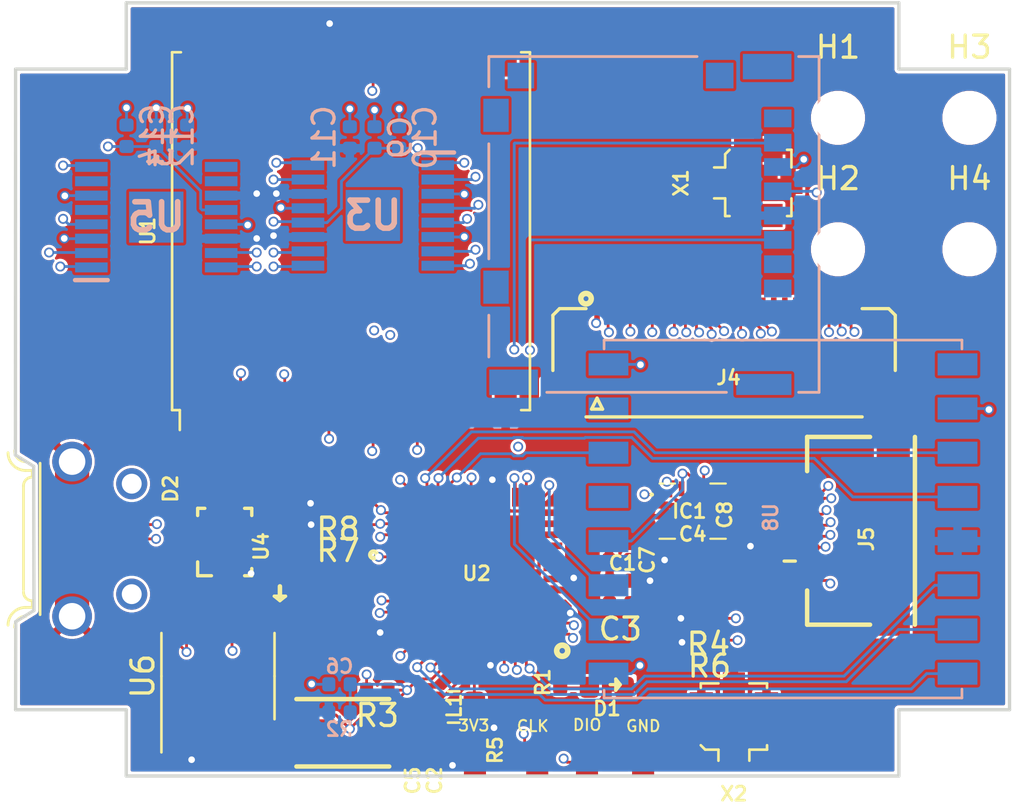
<source format=kicad_pcb>
(kicad_pcb (version 20171130) (host pcbnew "(5.1.4)-1")
  (title_block (title "Project Title"))
  (layers (0 Top power) (1 In1.Cu mixed) (2 In2.Cu mixed) (31 Bottom power) (34 B.Paste user hide) (35 F.Paste user hide) (36 B.SilkS user hide) (37 F.SilkS user hide) (38 B.Mask user hide) (39 F.Mask user hide) (44 Edge.Cuts user))
  (net 0 "")
  (net 1 GND)
  (net 2 /USB+)
  (net 3 /USB-)
  (net 4 VUSB)
  (net 5 /SWDIO)
  (net 6 /SWCLK)
  (net 7 /LED1)
  (net 8 MISO)
  (net 9 SCK)
  (net 10 MOSI)
  (net 11 "Net-(U4-PadB1)")
  (net 12 "Net-(D1-Pad1)")
  (net 13 PA23)
  (net 14 PA22)
  (net 15 PA21)
  (net 16 TX)
  (net 17 RX)
  (net 18 "Net-(L1-Pad1)")
  (net 19 DAC0)
  (net 20 +3V3)
  (net 21 "Net-(U2-Pad20)")
  (net 22 "Net-(D2-Pad1)")
  (net 23 "Net-(J2-Pad4)")
  (net 24 "Net-(J3-Pad1)")
  (net 25 "Net-(U1-Pad9)")
  (net 26 "Net-(U1-Pad11)")
  (net 27 "Net-(U2-Pad16)")
  (net 28 "Net-(C2-Pad1)")
  (net 29 "Net-(U8-Pad7)")
  (net 30 "Net-(U2-Pad11)")
  (net 31 "Net-(U2-Pad28)")
  (net 32 RF_CS)
  (net 33 RF_RST)
  (net 34 RF_DIO3)
  (net 35 RF_BUSY)
  (net 36 RF_DIO0)
  (net 37 RF_DIO1)
  (net 38 RF_DIO2)
  (net 39 PA04)
  (net 40 DAC1)
  (net 41 PA07)
  (net 42 CS_IMU)
  (net 43 "Net-(IC1-Pad11)")
  (net 44 "Net-(IC1-Pad10)")
  (net 45 "Net-(IC1-Pad9)")
  (net 46 "Net-(IC1-Pad4)")
  (net 47 "Net-(J3-Pad8)")
  (net 48 CS_SD)
  (net 49 "Net-(J4-Pad20)")
  (net 50 "Net-(J4-Pad19)")
  (net 51 "Net-(J4-Pad18)")
  (net 52 "Net-(J4-Pad17)")
  (net 53 "Net-(U1-Pad16)")
  (net 54 "Net-(U1-Pad15)")
  (net 55 "Net-(U1-Pad14)")
  (net 56 RF2_BUSY)
  (net 57 "Net-(U1-Pad7)")
  (net 58 RF2_RST)
  (net 59 CS_RF2)
  (net 60 "Net-(U8-Pad9)")
  (net 61 CS_RF1)
  (net 62 "Net-(R3-Pad2)")
  (net 63 ~RESET)
  (net 64 WDT_WDI)
  (net 65 "Net-(U6-Pad5)")
  (net 66 "Net-(U6-Pad1)")
  (net 67 BATT_N)
  (net 68 BATT_P)
  (net 69 SDA2)
  (net 70 SDA1)
  (net 71 SCL2)
  (net 72 SCL1)
  (net 73 BURN2)
  (net 74 BURN1)
  (net 75 COIL1P)
  (net 76 3V3)
  (net 77 EN_CAM)
  (net 78 CS_CAM)
  (net 79 MINX_1)
  (net 80 MINX_2)
  (net 81 MINZ_2)
  (net 82 MINZ_1)
  (net 83 DXZ_FAULT)
  (net 84 MOZ_1)
  (net 85 MOZ_2)
  (net 86 MXZ_EN)
  (net 87 MOX_2)
  (net 88 MOX_1)
  (net 89 "Net-(J4-Pad7)")
  (net 90 "Net-(J4-Pad5)")
  (net 91 "Net-(J5-Pad3)")
  (net 92 "Net-(J5-Pad10)")
  (net 93 "Net-(J4-Pad13)")
  (net 94 MOY_2)
  (net 95 MOY_1)
  (net 96 MINY_1)
  (net 97 MINY_2)
  (net 98 "Net-(U5-Pad10)")
  (net 99 "Net-(U5-Pad9)")
  (net 100 DY_FAULT)
  (net 101 "Net-(U5-Pad7)")
  (net 102 "Net-(U5-Pad5)")
  (net 103 MY_EN)
  (module custom-footprints:castellated_small_1side (layer Top) (at 102.58298 107.6579 270)
    (fp_text reference J1 hide)
    (fp_text value Conn_01x01)
    (pad 1 smd custom (at 0.762 0 270) (size 1.25 1) (layers Top F.Paste F.Mask) (net 5 /SWDIO) (options (clearance outline) (anchor rect)) (primitives (gr_circle (center -0.625 0) (end -0.125 0) (width 0))))
  )
  (module custom-footprints:castellated_small_1side (layer Top) (at 97.5106 107.6452 270)
    (fp_text reference J29 hide)
    (fp_text value Conn_01x01)
    (pad 1 smd custom (at 0.762 0 270) (size 1.25 1) (layers Top F.Paste F.Mask) (net 20 +3V3) (options (clearance outline) (anchor rect)) (primitives (gr_circle (center -0.625 0) (end -0.125 0) (width 0))))
  )
  (module custom-footprints:castellated_small_1side (layer Top) (at 105.12298 107.6579 270)
    (fp_text reference J30 hide)
    (fp_text value Conn_01x01)
    (pad 1 smd custom (at 0.762 0 270) (size 1.25 1) (layers Top F.Paste F.Mask) (net 1 GND) (options (clearance outline) (anchor rect)) (primitives (gr_circle (center -0.625 0) (end -0.125 0) (width 0))))
  )
  (module custom-footprints:castellated_small_1side (layer Top) (at 100.33 107.6579 270)
    (fp_text reference J28 hide)
    (fp_text value Conn_01x01)
    (pad 1 smd custom (at 0.762 0 270) (size 1.25 1) (layers Top F.Paste F.Mask) (net 6 /SWCLK) (options (clearance outline) (anchor rect)) (primitives (gr_circle (center -0.625 0) (end -0.125 0) (width 0))))
  )
  (module Resistor_SMD:R_0402_1005Metric (layer Bottom) (at 91.37904 106.16184 180)
    (fp_text reference R2 (at 0 -0.762 180) (layer B.SilkS) (effects (font (size 0.635 0.635) (thickness 0.127)) (justify mirror)))
    (fp_text value 10K)
    (pad 2 smd roundrect (at 0.485 0 180) (size 0.59 0.64) (layers Bottom B.Paste B.Mask) (net 20 +3V3))
    (pad 1 smd roundrect (at -0.485 0 180) (size 0.59 0.64) (layers Bottom B.Paste B.Mask) (net 63 ~RESET))
  )
  (module Capacitor_SMD:C_0402_1005Metric (layer Bottom) (at 83.0834 80.0608 90)
    (fp_text reference C12 (at 0 1.17 90) (layer B.SilkS) (effects (justify mirror)))
    (fp_text value 0.1uF)
    (pad 2 smd roundrect (at 0.485 0 90) (size 0.59 0.64) (layers Bottom B.Paste B.Mask) (net 1 GND))
    (pad 1 smd roundrect (at -0.485 0 90) (size 0.59 0.64) (layers Bottom B.Paste B.Mask) (net 68 BATT_P))
  )
  (module "KiCAD Libraries:SOP65P640X120-17N" (layer Bottom) (at 83.0834 83.7438)
    (fp_text reference U5 (at 0 0) (layer B.SilkS) (effects (font (size 1.27 1.27) (thickness 0.254)) (justify mirror)))
    (fp_text value DRV8848 hide)
    (pad 17 smd rect (at 0 0 270) (size 2.31 2.46) (layers Bottom B.Paste B.Mask) (net 1 GND))
    (pad 16 smd rect (at 2.938 2.275 270) (size 0.45 1.475) (layers Bottom B.Paste B.Mask) (net 96 MINY_1))
    (pad 15 smd rect (at 2.938 1.625 270) (size 0.45 1.475) (layers Bottom B.Paste B.Mask) (net 97 MINY_2))
    (pad 14 smd rect (at 2.938 0.975 270) (size 0.45 1.475) (layers Bottom B.Paste B.Mask) (net 20 +3V3))
    (pad 13 smd rect (at 2.938 0.325 270) (size 0.45 1.475) (layers Bottom B.Paste B.Mask) (net 1 GND))
    (pad 12 smd rect (at 2.938 -0.325 270) (size 0.45 1.475) (layers Bottom B.Paste B.Mask) (net 68 BATT_P))
    (pad 11 smd rect (at 2.938 -0.975 270) (size 0.45 1.475) (layers Bottom B.Paste B.Mask) (net 20 +3V3))
    (pad 10 smd rect (at 2.938 -1.625 270) (size 0.45 1.475) (layers Bottom B.Paste B.Mask) (net 98 "Net-(U5-Pad10)"))
    (pad 9 smd rect (at 2.938 -2.275 270) (size 0.45 1.475) (layers Bottom B.Paste B.Mask) (net 99 "Net-(U5-Pad9)"))
    (pad 8 smd rect (at -2.938 -2.275 270) (size 0.45 1.475) (layers Bottom B.Paste B.Mask) (net 100 DY_FAULT))
    (pad 7 smd rect (at -2.938 -1.625 270) (size 0.45 1.475) (layers Bottom B.Paste B.Mask) (net 101 "Net-(U5-Pad7)"))
    (pad 6 smd rect (at -2.938 -0.975 270) (size 0.45 1.475) (layers Bottom B.Paste B.Mask) (net 1 GND))
    (pad 5 smd rect (at -2.938 -0.325 270) (size 0.45 1.475) (layers Bottom B.Paste B.Mask) (net 102 "Net-(U5-Pad5)"))
    (pad 4 smd rect (at -2.938 0.325 270) (size 0.45 1.475) (layers Bottom B.Paste B.Mask) (net 94 MOY_2))
    (pad 3 smd rect (at -2.938 0.975 270) (size 0.45 1.475) (layers Bottom B.Paste B.Mask) (net 1 GND))
    (pad 2 smd rect (at -2.938 1.625 270) (size 0.45 1.475) (layers Bottom B.Paste B.Mask) (net 95 MOY_1))
    (pad 1 smd rect (at -2.938 2.275 270) (size 0.45 1.475) (layers Bottom B.Paste B.Mask) (net 103 MY_EN))
  )
  (module "KiCAD Libraries:SOP65P640X120-17N" (layer Bottom) (at 92.8878 83.6676 180)
    (fp_text reference U3 (at 0 0) (layer B.SilkS) (effects (font (size 1.27 1.27) (thickness 0.254)) (justify mirror)))
    (fp_text value DRV8848 hide)
    (pad 17 smd rect (at 0 0 90) (size 2.31 2.46) (layers Bottom B.Paste B.Mask) (net 1 GND))
    (pad 16 smd rect (at 2.938 2.275 90) (size 0.45 1.475) (layers Bottom B.Paste B.Mask) (net 79 MINX_1))
    (pad 15 smd rect (at 2.938 1.625 90) (size 0.45 1.475) (layers Bottom B.Paste B.Mask) (net 80 MINX_2))
    (pad 14 smd rect (at 2.938 0.975 90) (size 0.45 1.475) (layers Bottom B.Paste B.Mask) (net 20 +3V3))
    (pad 13 smd rect (at 2.938 0.325 90) (size 0.45 1.475) (layers Bottom B.Paste B.Mask) (net 1 GND))
    (pad 12 smd rect (at 2.938 -0.325 90) (size 0.45 1.475) (layers Bottom B.Paste B.Mask) (net 68 BATT_P))
    (pad 11 smd rect (at 2.938 -0.975 90) (size 0.45 1.475) (layers Bottom B.Paste B.Mask) (net 20 +3V3))
    (pad 10 smd rect (at 2.938 -1.625 90) (size 0.45 1.475) (layers Bottom B.Paste B.Mask) (net 81 MINZ_2))
    (pad 9 smd rect (at 2.938 -2.275 90) (size 0.45 1.475) (layers Bottom B.Paste B.Mask) (net 82 MINZ_1))
    (pad 8 smd rect (at -2.938 -2.275 90) (size 0.45 1.475) (layers Bottom B.Paste B.Mask) (net 83 DXZ_FAULT))
    (pad 7 smd rect (at -2.938 -1.625 90) (size 0.45 1.475) (layers Bottom B.Paste B.Mask) (net 84 MOZ_1))
    (pad 6 smd rect (at -2.938 -0.975 90) (size 0.45 1.475) (layers Bottom B.Paste B.Mask) (net 1 GND))
    (pad 5 smd rect (at -2.938 -0.325 90) (size 0.45 1.475) (layers Bottom B.Paste B.Mask) (net 85 MOZ_2))
    (pad 4 smd rect (at -2.938 0.325 90) (size 0.45 1.475) (layers Bottom B.Paste B.Mask) (net 87 MOX_2))
    (pad 3 smd rect (at -2.938 0.975 90) (size 0.45 1.475) (layers Bottom B.Paste B.Mask) (net 1 GND))
    (pad 2 smd rect (at -2.938 1.625 90) (size 0.45 1.475) (layers Bottom B.Paste B.Mask) (net 88 MOX_1))
    (pad 1 smd rect (at -2.938 2.275 90) (size 0.45 1.475) (layers Bottom B.Paste B.Mask) (net 86 MXZ_EN))
  )
  (module ATSAMD51G19A-MU:QFN50P700X700X90-49N-D (layer Top) (at 97.5868 99.8728 180)
    (fp_text reference U2 (at 0 0 180) (layer F.SilkS) (effects (font (size 0.635 0.635) (thickness 0.127))))
    (fp_text value ATSAMD51G_TQFN48 hide)
    (pad 1 smd rect (at -3.45 -2.75 270) (size 0.3 0.85) (layers Top F.Paste F.Mask) (net 70 SDA1))
    (pad 2 smd rect (at -3.45 -2.25 270) (size 0.3 0.85) (layers Top F.Paste F.Mask) (net 72 SCL1))
    (pad 3 smd rect (at -3.45 -1.75 270) (size 0.3 0.85) (layers Top F.Paste F.Mask) (net 19 DAC0))
    (pad 4 smd rect (at -3.45 -1.25 270) (size 0.3 0.85) (layers Top F.Paste F.Mask) (net 20 +3V3))
    (pad 5 smd rect (at -3.45 -0.75 270) (size 0.3 0.85) (layers Top F.Paste F.Mask) (net 1 GND))
    (pad 6 smd rect (at -3.45 -0.25 270) (size 0.3 0.85) (layers Top F.Paste F.Mask) (net 20 +3V3))
    (pad 7 smd rect (at -3.45 0.25 270) (size 0.3 0.85) (layers Top F.Paste F.Mask) (net 16 TX))
    (pad 8 smd rect (at -3.45 0.75 270) (size 0.3 0.85) (layers Top F.Paste F.Mask) (net 17 RX))
    (pad 9 smd rect (at -3.45 1.25 270) (size 0.3 0.85) (layers Top F.Paste F.Mask) (net 39 PA04))
    (pad 10 smd rect (at -3.45 1.75 270) (size 0.3 0.85) (layers Top F.Paste F.Mask) (net 40 DAC1))
    (pad 11 smd rect (at -3.45 2.25 270) (size 0.3 0.85) (layers Top F.Paste F.Mask) (net 30 "Net-(U2-Pad11)"))
    (pad 12 smd rect (at -3.45 2.75 270) (size 0.3 0.85) (layers Top F.Paste F.Mask) (net 41 PA07))
    (pad 13 smd rect (at -2.75 3.45 180) (size 0.3 0.85) (layers Top F.Paste F.Mask) (net 10 MOSI))
    (pad 14 smd rect (at -2.25 3.45 180) (size 0.3 0.85) (layers Top F.Paste F.Mask) (net 9 SCK))
    (pad 15 smd rect (at -1.75 3.45 180) (size 0.3 0.85) (layers Top F.Paste F.Mask) (net 8 MISO))
    (pad 16 smd rect (at -1.25 3.45 180) (size 0.3 0.85) (layers Top F.Paste F.Mask) (net 27 "Net-(U2-Pad16)"))
    (pad 17 smd rect (at -0.75 3.45 180) (size 0.3 0.85) (layers Top F.Paste F.Mask) (net 20 +3V3))
    (pad 18 smd rect (at -0.25 3.45 180) (size 0.3 0.85) (layers Top F.Paste F.Mask) (net 1 GND))
    (pad 19 smd rect (at 0.25 3.45 180) (size 0.3 0.85) (layers Top F.Paste F.Mask) (net 32 RF_CS))
    (pad 20 smd rect (at 0.75 3.45 180) (size 0.3 0.85) (layers Top F.Paste F.Mask) (net 21 "Net-(U2-Pad20)"))
    (pad 21 smd rect (at 1.25 3.45 180) (size 0.3 0.85) (layers Top F.Paste F.Mask) (net 33 RF_RST))
    (pad 22 smd rect (at 1.75 3.45 180) (size 0.3 0.85) (layers Top F.Paste F.Mask) (net 35 RF_BUSY))
    (pad 23 smd rect (at 2.25 3.45 180) (size 0.3 0.85) (layers Top F.Paste F.Mask) (net 34 RF_DIO3))
    (pad 24 smd rect (at 2.75 3.45 180) (size 0.3 0.85) (layers Top F.Paste F.Mask) (net 78 CS_CAM))
    (pad 25 smd rect (at 3.45 2.75 270) (size 0.3 0.85) (layers Top F.Paste F.Mask) (net 71 SCL2))
    (pad 26 smd rect (at 3.45 2.25 270) (size 0.3 0.85) (layers Top F.Paste F.Mask) (net 69 SDA2))
    (pad 27 smd rect (at 3.45 1.75 270) (size 0.3 0.85) (layers Top F.Paste F.Mask) (net 42 CS_IMU))
    (pad 28 smd rect (at 3.45 1.25 270) (size 0.3 0.85) (layers Top F.Paste F.Mask) (net 31 "Net-(U2-Pad28)"))
    (pad 29 smd rect (at 3.45 0.75 270) (size 0.3 0.85) (layers Top F.Paste F.Mask) (net 77 EN_CAM))
    (pad 30 smd rect (at 3.45 0.25 270) (size 0.3 0.85) (layers Top F.Paste F.Mask) (net 15 PA21))
    (pad 31 smd rect (at 3.45 -0.25 270) (size 0.3 0.85) (layers Top F.Paste F.Mask) (net 14 PA22))
    (pad 32 smd rect (at 3.45 -0.75 270) (size 0.3 0.85) (layers Top F.Paste F.Mask) (net 13 PA23))
    (pad 33 smd rect (at 3.45 -1.25 270) (size 0.3 0.85) (layers Top F.Paste F.Mask) (net 3 /USB-))
    (pad 34 smd rect (at 3.45 -1.75 270) (size 0.3 0.85) (layers Top F.Paste F.Mask) (net 2 /USB+))
    (pad 35 smd rect (at 3.45 -2.25 270) (size 0.3 0.85) (layers Top F.Paste F.Mask) (net 1 GND))
    (pad 36 smd rect (at 3.45 -2.75 270) (size 0.3 0.85) (layers Top F.Paste F.Mask) (net 20 +3V3))
    (pad 37 smd rect (at 2.75 -3.45 180) (size 0.3 0.85) (layers Top F.Paste F.Mask) (net 64 WDT_WDI))
    (pad 38 smd rect (at 2.25 -3.45 180) (size 0.3 0.85) (layers Top F.Paste F.Mask) (net 38 RF_DIO2))
    (pad 39 smd rect (at 1.75 -3.45 180) (size 0.3 0.85) (layers Top F.Paste F.Mask) (net 37 RF_DIO1))
    (pad 40 smd rect (at 1.25 -3.45 180) (size 0.3 0.85) (layers Top F.Paste F.Mask) (net 63 ~RESET))
    (pad 41 smd rect (at 0.75 -3.45 180) (size 0.3 0.85) (layers Top F.Paste F.Mask) (net 28 "Net-(C2-Pad1)"))
    (pad 42 smd rect (at 0.25 -3.45 180) (size 0.3 0.85) (layers Top F.Paste F.Mask) (net 1 GND))
    (pad 43 smd rect (at -0.25 -3.45 180) (size 0.3 0.85) (layers Top F.Paste F.Mask) (net 18 "Net-(L1-Pad1)"))
    (pad 44 smd rect (at -0.75 -3.45 180) (size 0.3 0.85) (layers Top F.Paste F.Mask) (net 20 +3V3))
    (pad 45 smd rect (at -1.25 -3.45 180) (size 0.3 0.85) (layers Top F.Paste F.Mask) (net 6 /SWCLK))
    (pad 46 smd rect (at -1.75 -3.45 180) (size 0.3 0.85) (layers Top F.Paste F.Mask) (net 5 /SWDIO))
    (pad 47 smd rect (at -2.25 -3.45 180) (size 0.3 0.85) (layers Top F.Paste F.Mask) (net 36 RF_DIO0))
    (pad 48 smd rect (at -2.75 -3.45 180) (size 0.3 0.85) (layers Top F.Paste F.Mask) (net 7 /LED1))
    (pad 49 smd rect (at 0 0 180) (size 5.25 5.25) (layers Top F.Paste F.Mask) (net 1 GND))
  )
  (module MountingHole:MountingHole_2.2mm_M2 (layer Top) (at 113.9444 79.248)
    (fp_text reference H1 (at 0 -3.2) (layer F.SilkS))
    (fp_text value MountingHole)
    (pad 1 np_thru_hole circle (at 0 0) (size 2.2 2.2) (drill 2.2) (layers *.Cu *.Mask))
  )
  (module RF_Module:HOPERF_RFM9XW_SMD (layer Bottom) (at 111.4552 97.409)
    (fp_text reference U8 (at -0.5588 -0.0762 -270) (layer B.SilkS) (effects (font (size 0.635 0.635) (thickness 0.127)) (justify mirror)))
    (fp_text value RFM95W-915S2)
    (pad 16 smd rect (at 7.9 7) (size 1.8 1) (layers Bottom B.Paste B.Mask) (net 38 RF_DIO2))
    (pad 15 smd rect (at 7.9 5) (size 1.8 1) (layers Bottom B.Paste B.Mask) (net 37 RF_DIO1))
    (pad 14 smd rect (at 7.9 3) (size 1.8 1) (layers Bottom B.Paste B.Mask) (net 36 RF_DIO0))
    (pad 13 smd rect (at 7.9 1) (size 1.8 1) (layers Bottom B.Paste B.Mask) (net 20 +3V3))
    (pad 12 smd rect (at 7.9 -1) (size 1.8 1) (layers Bottom B.Paste B.Mask) (net 35 RF_BUSY))
    (pad 11 smd rect (at 7.9 -3) (size 1.8 1) (layers Bottom B.Paste B.Mask) (net 34 RF_DIO3))
    (pad 10 smd rect (at 7.9 -5) (size 1.8 1) (layers Bottom B.Paste B.Mask) (net 1 GND))
    (pad 9 smd rect (at 7.9 -7) (size 1.8 1) (layers Bottom B.Paste B.Mask) (net 60 "Net-(U8-Pad9)"))
    (pad 8 smd rect (at -7.9 -7) (size 1.8 1) (layers Bottom B.Paste B.Mask) (net 1 GND))
    (pad 7 smd rect (at -7.9 -5) (size 1.8 1) (layers Bottom B.Paste B.Mask) (net 29 "Net-(U8-Pad7)"))
    (pad 6 smd rect (at -7.9 -3) (size 1.8 1) (layers Bottom B.Paste B.Mask) (net 33 RF_RST))
    (pad 5 smd rect (at -7.9 -1) (size 1.8 1) (layers Bottom B.Paste B.Mask) (net 61 CS_RF1))
    (pad 4 smd rect (at -7.9 1) (size 1.8 1) (layers Bottom B.Paste B.Mask) (net 9 SCK))
    (pad 3 smd rect (at -7.9 3) (size 1.8 1) (layers Bottom B.Paste B.Mask) (net 10 MOSI))
    (pad 2 smd rect (at -7.9 5) (size 1.8 1) (layers Bottom B.Paste B.Mask) (net 8 MISO))
    (pad 1 smd rect (at -7.9 7) (size 1.8 1) (layers Bottom B.Paste B.Mask) (net 1 GND))
  )
  (module RF_Module:HOPERF_RFM9XW_SMD (layer Top) (at 91.9 84.3794 90)
    (fp_text reference U1 (at 0 -9.2 90) (layer F.SilkS) (effects (font (size 0.635 0.635) (thickness 0.127))))
    (fp_text value RFM95W-915S2)
    (pad 1 smd rect (at -7.9 -7 90) (size 1.8 1) (layers Top F.Paste F.Mask) (net 1 GND))
    (pad 2 smd rect (at -7.9 -5 90) (size 1.8 1) (layers Top F.Paste F.Mask) (net 8 MISO))
    (pad 3 smd rect (at -7.9 -3 90) (size 1.8 1) (layers Top F.Paste F.Mask) (net 10 MOSI))
    (pad 4 smd rect (at -7.9 -1 90) (size 1.8 1) (layers Top F.Paste F.Mask) (net 9 SCK))
    (pad 5 smd rect (at -7.9 1 90) (size 1.8 1) (layers Top F.Paste F.Mask) (net 59 CS_RF2))
    (pad 6 smd rect (at -7.9 3 90) (size 1.8 1) (layers Top F.Paste F.Mask) (net 58 RF2_RST))
    (pad 7 smd rect (at -7.9 5 90) (size 1.8 1) (layers Top F.Paste F.Mask) (net 57 "Net-(U1-Pad7)"))
    (pad 8 smd rect (at -7.9 7 90) (size 1.8 1) (layers Top F.Paste F.Mask) (net 1 GND))
    (pad 9 smd rect (at 7.9 7 90) (size 1.8 1) (layers Top F.Paste F.Mask) (net 25 "Net-(U1-Pad9)"))
    (pad 10 smd rect (at 7.9 5 90) (size 1.8 1) (layers Top F.Paste F.Mask) (net 1 GND))
    (pad 11 smd rect (at 7.9 3 90) (size 1.8 1) (layers Top F.Paste F.Mask) (net 26 "Net-(U1-Pad11)"))
    (pad 12 smd rect (at 7.9 1 90) (size 1.8 1) (layers Top F.Paste F.Mask) (net 56 RF2_BUSY))
    (pad 13 smd rect (at 7.9 -1 90) (size 1.8 1) (layers Top F.Paste F.Mask) (net 20 +3V3))
    (pad 14 smd rect (at 7.9 -3 90) (size 1.8 1) (layers Top F.Paste F.Mask) (net 55 "Net-(U1-Pad14)"))
    (pad 15 smd rect (at 7.9 -5 90) (size 1.8 1) (layers Top F.Paste F.Mask) (net 54 "Net-(U1-Pad15)"))
    (pad 16 smd rect (at 7.9 -7 90) (size 1.8 1) (layers Top F.Paste F.Mask) (net 53 "Net-(U1-Pad16)"))
  )
  (module MountingHole:MountingHole_2.2mm_M2 (layer Top) (at 119.8944 85.198)
    (fp_text reference H4 (at 0 -3.2) (layer F.SilkS))
    (fp_text value MountingHole)
    (pad 1 np_thru_hole circle (at 0 0) (size 2.2 2.2) (drill 2.2) (layers *.Cu *.Mask))
  )
  (module MountingHole:MountingHole_2.2mm_M2 (layer Top) (at 119.8944 79.248)
    (fp_text reference H3 (at 0 -3.2) (layer F.SilkS))
    (fp_text value MountingHole)
    (pad 1 np_thru_hole circle (at 0 0) (size 2.2 2.2) (drill 2.2) (layers *.Cu *.Mask))
  )
  (module MountingHole:MountingHole_2.2mm_M2 (layer Top) (at 113.9444 85.198)
    (fp_text reference H2 (at 0 -3.2) (layer F.SilkS))
    (fp_text value MountingHole)
    (pad 1 np_thru_hole circle (at 0 0) (size 2.2 2.2) (drill 2.2) (layers *.Cu *.Mask))
  )
  (module custom-footprints:BMX160 (layer Top) (at 107.3658 97.0534 180)
    (fp_text reference IC1 (at 0.15 0) (layer F.SilkS) (effects (font (size 0.635 0.635) (thickness 0.127))))
    (fp_text value BMX160 hide)
    (pad 14 smd rect (at 0.5 1.012 180) (size 0.25 0.675) (layers Top F.Paste F.Mask) (net 10 MOSI))
    (pad 13 smd rect (at 0 1.012 180) (size 0.25 0.675) (layers Top F.Paste F.Mask) (net 9 SCK))
    (pad 12 smd rect (at -0.5 1.012 180) (size 0.25 0.675) (layers Top F.Paste F.Mask) (net 42 CS_IMU))
    (pad 11 smd rect (at -1.262 0.75 270) (size 0.25 0.675) (layers Top F.Paste F.Mask) (net 43 "Net-(IC1-Pad11)"))
    (pad 10 smd rect (at -1.262 0.25 270) (size 0.25 0.675) (layers Top F.Paste F.Mask) (net 44 "Net-(IC1-Pad10)"))
    (pad 9 smd rect (at -1.262 -0.25 270) (size 0.25 0.675) (layers Top F.Paste F.Mask) (net 45 "Net-(IC1-Pad9)"))
    (pad 8 smd rect (at -1.262 -0.75 270) (size 0.25 0.675) (layers Top F.Paste F.Mask) (net 20 +3V3))
    (pad 7 smd rect (at -0.5 -1.012 180) (size 0.25 0.675) (layers Top F.Paste F.Mask) (net 1 GND))
    (pad 6 smd rect (at 0 -1.012 180) (size 0.25 0.675) (layers Top F.Paste F.Mask) (net 1 GND))
    (pad 5 smd rect (at 0.5 -1.012 180) (size 0.25 0.675) (layers Top F.Paste F.Mask) (net 20 +3V3))
    (pad 4 smd rect (at 1.262 -0.75 270) (size 0.25 0.675) (layers Top F.Paste F.Mask) (net 46 "Net-(IC1-Pad4)"))
    (pad 3 smd rect (at 1.262 -0.25 270) (size 0.25 0.675) (layers Top F.Paste F.Mask) (net 1 GND))
    (pad 2 smd rect (at 1.262 0.25 270) (size 0.25 0.675) (layers Top F.Paste F.Mask) (net 1 GND))
    (pad 1 smd rect (at 1.262 0.75 270) (size 0.25 0.675) (layers Top F.Paste F.Mask) (net 8 MISO))
  )
  (module Package_SO:SO-8_3.9x4.9mm_P1.27mm (layer Top) (at 85.8774 104.521 90)
    (fp_text reference U6 (at 0 -3.4 90) (layer F.SilkS))
    (fp_text value MAX708RESA-T)
    (pad 8 smd roundrect (at 2.575 -1.905 90) (size 1.75 0.6) (layers Top F.Paste F.Mask) (net 62 "Net-(R3-Pad2)"))
    (pad 7 smd roundrect (at 2.575 -0.635 90) (size 1.75 0.6) (layers Top F.Paste F.Mask) (net 62 "Net-(R3-Pad2)"))
    (pad 6 smd roundrect (at 2.575 0.635 90) (size 1.75 0.6) (layers Top F.Paste F.Mask) (net 64 WDT_WDI))
    (pad 5 smd roundrect (at 2.575 1.905 90) (size 1.75 0.6) (layers Top F.Paste F.Mask) (net 65 "Net-(U6-Pad5)"))
    (pad 4 smd roundrect (at -2.575 1.905 90) (size 1.75 0.6) (layers Top F.Paste F.Mask) (net 1 GND))
    (pad 3 smd roundrect (at -2.575 0.635 90) (size 1.75 0.6) (layers Top F.Paste F.Mask) (net 1 GND))
    (pad 2 smd roundrect (at -2.575 -0.635 90) (size 1.75 0.6) (layers Top F.Paste F.Mask) (net 20 +3V3))
    (pad 1 smd roundrect (at -2.575 -1.905 90) (size 1.75 0.6) (layers Top F.Paste F.Mask) (net 66 "Net-(U6-Pad1)"))
  )
  (module Resistor_SMD:R_0402_1005Metric (layer Top) (at 93.091 105.1306 180)
    (fp_text reference R3 (at 0 -1.17) (layer F.SilkS))
    (fp_text value 10K)
    (pad 2 smd roundrect (at 0.485 0 180) (size 0.59 0.64) (layers Top F.Paste F.Mask) (net 62 "Net-(R3-Pad2)"))
    (pad 1 smd roundrect (at -0.485 0 180) (size 0.59 0.64) (layers Top F.Paste F.Mask) (net 63 ~RESET))
  )
  (module Capacitor_SMD:C_0402_1005Metric (layer Top) (at 104.0892 101.219 180)
    (fp_text reference C3 (at 0 -1.17) (layer F.SilkS))
    (fp_text value 1uF)
    (pad 2 smd roundrect (at 0.485 0 180) (size 0.59 0.64) (layers Top F.Paste F.Mask) (net 1 GND))
    (pad 1 smd roundrect (at -0.485 0 180) (size 0.59 0.64) (layers Top F.Paste F.Mask) (net 20 +3V3))
  )
  (module Resistor_SMD:R_0402_1005Metric (layer Top) (at 108.077 101.9048 180)
    (fp_text reference R4 (at 0 -1.17 180) (layer F.SilkS))
    (fp_text value 10K)
    (pad 2 smd roundrect (at 0.485 0 180) (size 0.59 0.64) (layers Top F.Paste F.Mask) (net 20 +3V3))
    (pad 1 smd roundrect (at -0.485 0 180) (size 0.59 0.64) (layers Top F.Paste F.Mask) (net 72 SCL1))
  )
  (module custom-footprints:503182-1853_MOLEX-MicroSD (layer Bottom) (at 105.6132 84.074 90)
    (fp_text reference J3 hide)
    (fp_text value Micro_SD_Card hide)
    (pad SH3 smd rect (at 4.94 -7.15 270) (size 1.5 1.15) (layers Bottom B.Paste B.Mask))
    (pad SH4 smd rect (at -2.84 -7.15 270) (size 1.5 1.15) (layers Bottom B.Paste B.Mask))
    (pad SH5 smd rect (at -7.145 -6.355) (size 2.2 1.15) (layers Bottom B.Paste B.Mask))
    (pad DET_T smd rect (at 6.74 -6.025) (size 1.2 1.16) (layers Bottom B.Paste B.Mask))
    (pad SW_T smd rect (at 6.74 2.975) (size 1.25 1.16) (layers Bottom B.Paste B.Mask))
    (pad SH2 smd rect (at 7.145 5.125) (size 2.2 1.15) (layers Bottom B.Paste B.Mask))
    (pad SH1 smd rect (at -7.245 4.975) (size 2.5 0.95) (layers Bottom B.Paste B.Mask))
    (pad 8 smd rect (at 4.8 5.605) (size 1.24 0.8) (layers Bottom B.Paste B.Mask) (net 47 "Net-(J3-Pad8)"))
    (pad 7 smd rect (at 3.7 5.605) (size 1.24 0.8) (layers Bottom B.Paste B.Mask) (net 8 MISO))
    (pad 6 smd rect (at 2.6 5.605) (size 1.24 0.8) (layers Bottom B.Paste B.Mask) (net 1 GND))
    (pad 5 smd rect (at 1.5 5.605) (size 1.24 0.8) (layers Bottom B.Paste B.Mask) (net 9 SCK))
    (pad 4 smd rect (at 0.4 5.605) (size 1.24 0.8) (layers Bottom B.Paste B.Mask) (net 20 +3V3))
    (pad 3 smd rect (at -0.7 5.605) (size 1.24 0.8) (layers Bottom B.Paste B.Mask) (net 10 MOSI))
    (pad 2 smd rect (at -1.8 5.605) (size 1.24 0.8) (layers Bottom B.Paste B.Mask) (net 48 CS_SD))
    (pad 1 smd rect (at -2.9 5.605) (size 1.24 0.8) (layers Bottom B.Paste B.Mask) (net 24 "Net-(J3-Pad1)"))
  )
  (module Capacitor_SMD:C_0402_1005Metric (layer Top) (at 109.982 97.2185 90)
    (fp_text reference C8 (at 0 -1.17 90) (layer F.SilkS) (effects (font (size 0.635 0.635) (thickness 0.127))))
    (fp_text value 0.1uF)
    (pad 2 smd roundrect (at 0.485 0 90) (size 0.59 0.64) (layers Top F.Paste F.Mask) (net 1 GND))
    (pad 1 smd roundrect (at -0.485 0 90) (size 0.59 0.64) (layers Top F.Paste F.Mask) (net 20 +3V3))
  )
  (module Capacitor_SMD:C_0402_1005Metric (layer Top) (at 107.3658 99.2632)
    (fp_text reference C4 (at 0 -1.17) (layer F.SilkS) (effects (font (size 0.635 0.635) (thickness 0.127))))
    (fp_text value 0.1uF)
    (pad 2 smd roundrect (at 0.485 0) (size 0.59 0.64) (layers Top F.Paste F.Mask) (net 1 GND))
    (pad 1 smd roundrect (at -0.485 0) (size 0.59 0.64) (layers Top F.Paste F.Mask) (net 20 +3V3))
  )
  (module Connector_Coaxial:U.FL_Molex_MCRF_73412-0110_Vertical (layer Top) (at 109.2327 106.3498)
    (fp_text reference X2 (at 0 3.5) (layer F.SilkS) (effects (font (size 0.635 0.635) (thickness 0.127))))
    (fp_text value ANTENNA_U.FL)
    (pad 1 smd rect (at 0 1.5) (size 1 1) (layers Top F.Paste F.Mask) (net 1 GND))
    (pad 2 smd rect (at 0 -1.5) (size 1 1) (layers Top F.Paste F.Mask) (net 1 GND))
    (pad 2 smd rect (at 1.475 0) (size 1.05 2.2) (layers Top F.Paste F.Mask) (net 1 GND))
    (pad 2 smd rect (at -1.475 0) (size 1.05 2.2) (layers Top F.Paste F.Mask) (net 1 GND))
  )
  (module Connector_Coaxial:U.FL_Molex_MCRF_73412-0110_Vertical (layer Top) (at 110.3376 82.1944 270)
    (fp_text reference X1 (at 0 3.5 90) (layer F.SilkS) (effects (font (size 0.635 0.635) (thickness 0.127))))
    (fp_text value ANTENNA_U.FL)
    (pad 1 smd rect (at 0 1.5 270) (size 1 1) (layers Top F.Paste F.Mask) (net 1 GND))
    (pad 2 smd rect (at 0 -1.5 270) (size 1 1) (layers Top F.Paste F.Mask) (net 1 GND))
    (pad 2 smd rect (at 1.475 0 270) (size 1.05 2.2) (layers Top F.Paste F.Mask) (net 1 GND))
    (pad 2 smd rect (at -1.475 0 270) (size 1.05 2.2) (layers Top F.Paste F.Mask) (net 1 GND))
  )
  (module custom-footprints:XF2M-1015-1A (layer Top) (at 112.5474 97.9424 90)
    (fp_text reference J5 (at -0.37186 2.68404 90) (layer F.SilkS) (effects (font (size 0.635 0.635) (thickness 0.127))))
    (fp_text value XF2M-1015-1A hide)
    (pad 12 smd rect (at 3.9 3.9 180) (size 1.5 1.7) (layers Top F.Paste F.Mask))
    (pad 11 smd rect (at -3.9 3.9 180) (size 1.5 1.7) (layers Top F.Paste F.Mask))
    (pad 10 smd rect (at 2.25 0 90) (size 0.25 1.1) (layers Top F.Paste F.Mask) (net 92 "Net-(J5-Pad10)"))
    (pad 9 smd rect (at 1.75 0 90) (size 0.25 1.1) (layers Top F.Paste F.Mask) (net 9 SCK))
    (pad 8 smd rect (at 1.25 0 90) (size 0.25 1.1) (layers Top F.Paste F.Mask) (net 10 MOSI))
    (pad 7 smd rect (at 0.75 0 90) (size 0.25 1.1) (layers Top F.Paste F.Mask) (net 8 MISO))
    (pad 6 smd rect (at 0.25 0 90) (size 0.25 1.1) (layers Top F.Paste F.Mask) (net 78 CS_CAM))
    (pad 5 smd rect (at -0.25 0 90) (size 0.25 1.1) (layers Top F.Paste F.Mask) (net 77 EN_CAM))
    (pad 4 smd rect (at -0.75 0 90) (size 0.25 1.1) (layers Top F.Paste F.Mask) (net 67 BATT_N))
    (pad 3 smd rect (at -1.25 0 90) (size 0.25 1.1) (layers Top F.Paste F.Mask) (net 91 "Net-(J5-Pad3)"))
    (pad 2 smd rect (at -1.75 0 90) (size 0.25 1.1) (layers Top F.Paste F.Mask) (net 1 GND))
    (pad 1 smd rect (at -2.25 0 90) (size 0.25 1.1) (layers Top F.Paste F.Mask) (net 68 BATT_P))
  )
  (module custom-footprints:XF2M-2415-1A (layer Top) (at 108.7882 87.9348)
    (fp_text reference J4 (at 0.2 3.075 180) (layer F.SilkS) (effects (font (size 0.635 0.635) (thickness 0.127))))
    (fp_text value xf2m-2415-1a hide)
    (pad 26 smd rect (at 7.4 3.9 90) (size 1.5 1.7) (layers Top F.Paste F.Mask))
    (pad 25 smd rect (at -7.4 3.9 90) (size 1.5 1.7) (layers Top F.Paste F.Mask))
    (pad 24 smd rect (at 5.75 0) (size 0.25 1.1) (layers Top F.Paste F.Mask) (net 68 BATT_P))
    (pad 23 smd rect (at 5.25 0) (size 0.25 1.1) (layers Top F.Paste F.Mask) (net 67 BATT_N))
    (pad 22 smd rect (at 4.75 0) (size 0.25 1.1) (layers Top F.Paste F.Mask) (net 76 3V3))
    (pad 21 smd rect (at 4.25 0) (size 0.25 1.1) (layers Top F.Paste F.Mask) (net 1 GND))
    (pad 20 smd rect (at 3.75 0) (size 0.25 1.1) (layers Top F.Paste F.Mask) (net 49 "Net-(J4-Pad20)"))
    (pad 19 smd rect (at 3.25 0) (size 0.25 1.1) (layers Top F.Paste F.Mask) (net 50 "Net-(J4-Pad19)"))
    (pad 18 smd rect (at 2.75 0) (size 0.25 1.1) (layers Top F.Paste F.Mask) (net 51 "Net-(J4-Pad18)"))
    (pad 17 smd rect (at 2.25 0) (size 0.25 1.1) (layers Top F.Paste F.Mask) (net 52 "Net-(J4-Pad17)"))
    (pad 16 smd rect (at 1.75 0) (size 0.25 1.1) (layers Top F.Paste F.Mask) (net 70 SDA1))
    (pad 15 smd rect (at 1.25 0) (size 0.25 1.1) (layers Top F.Paste F.Mask) (net 72 SCL1))
    (pad 14 smd rect (at 0.75 0) (size 0.25 1.1) (layers Top F.Paste F.Mask) (net 88 MOX_1))
    (pad 13 smd rect (at 0.25 0) (size 0.25 1.1) (layers Top F.Paste F.Mask) (net 93 "Net-(J4-Pad13)"))
    (pad 12 smd rect (at -0.25 0) (size 0.25 1.1) (layers Top F.Paste F.Mask) (net 87 MOX_2))
    (pad 11 smd rect (at -0.75 0) (size 0.25 1.1) (layers Top F.Paste F.Mask) (net 73 BURN2))
    (pad 10 smd rect (at -1.25 0) (size 0.25 1.1) (layers Top F.Paste F.Mask) (net 85 MOZ_2))
    (pad 9 smd rect (at -1.75 0) (size 0.25 1.1) (layers Top F.Paste F.Mask) (net 74 BURN1))
    (pad 8 smd rect (at -2.25 0) (size 0.25 1.1) (layers Top F.Paste F.Mask) (net 84 MOZ_1))
    (pad 7 smd rect (at -2.75 0) (size 0.25 1.1) (layers Top F.Paste F.Mask) (net 89 "Net-(J4-Pad7)"))
    (pad 6 smd rect (at -3.25 0) (size 0.25 1.1) (layers Top F.Paste F.Mask) (net 94 MOY_2))
    (pad 5 smd rect (at -3.75 0) (size 0.25 1.1) (layers Top F.Paste F.Mask) (net 90 "Net-(J4-Pad5)"))
    (pad 4 smd rect (at -4.25 0) (size 0.25 1.1) (layers Top F.Paste F.Mask) (net 95 MOY_1))
    (pad 3 smd rect (at -4.75 0) (size 0.25 1.1) (layers Top F.Paste F.Mask) (net 75 COIL1P))
    (pad 2 smd rect (at -5.25 0) (size 0.25 1.1) (layers Top F.Paste F.Mask) (net 69 SDA2))
    (pad 1 smd rect (at -5.75 0) (size 0.25 1.1) (layers Top F.Paste F.Mask) (net 71 SCL2))
  )
  (module LED_SMD:LED_0603_1608Metric (layer Top) (at 103.4796 105.029)
    (fp_text reference D1 (at 0.00762 0.9652 180) (layer F.SilkS) (effects (font (size 0.635 0.635) (thickness 0.127))))
    (fp_text value GREEN)
    (pad 1 smd roundrect (at -0.7875 0) (size 0.875 0.95) (layers Top F.Paste F.Mask) (net 12 "Net-(D1-Pad1)"))
    (pad 2 smd roundrect (at 0.7875 0) (size 0.875 0.95) (layers Top F.Paste F.Mask) (net 1 GND))
  )
  (module Diode_SMD:D_SOD-323 (layer Top) (at 83.7057 98.1202 90)
    (fp_text reference D2 (at 2.0828 0.0254 90) (layer F.SilkS) (effects (font (size 0.635 0.635) (thickness 0.127))))
    (fp_text value RB550V)
    (pad 1 smd rect (at -1.05 0 90) (size 0.6 0.45) (layers Top F.Paste F.Mask) (net 22 "Net-(D2-Pad1)"))
    (pad 2 smd rect (at 1.05 0 90) (size 0.6 0.45) (layers Top F.Paste F.Mask) (net 4 VUSB))
  )
  (module Inductor_SMD:L_0805_2012Metric (layer Top) (at 96.5454 105.918 180)
    (fp_text reference L1 (at -0.0254 0.0508 270) (layer F.SilkS) (effects (font (size 0.635 0.635) (thickness 0.127))))
    (fp_text value 10uH)
    (pad 2 smd roundrect (at 0.9375 0 180) (size 0.975 1.4) (layers Top F.Paste F.Mask) (net 28 "Net-(C2-Pad1)"))
    (pad 1 smd roundrect (at -0.9375 0 180) (size 0.975 1.4) (layers Top F.Paste F.Mask) (net 18 "Net-(L1-Pad1)"))
  )
  (module Capacitor_SMD:C_0402_1005Metric (layer Top) (at 94.6912 107.8992 270)
    (fp_text reference C5 (at 1.3462 -0.0016 270) (layer F.SilkS) (effects (font (size 0.635 0.635) (thickness 0.127))))
    (fp_text value 1uF)
    (pad 2 smd roundrect (at 0.485 0 270) (size 0.59 0.64) (layers Top F.Paste F.Mask) (net 1 GND))
    (pad 1 smd roundrect (at -0.485 0 270) (size 0.59 0.64) (layers Top F.Paste F.Mask) (net 28 "Net-(C2-Pad1)"))
  )
  (module Capacitor_SMD:C_0402_1005Metric (layer Top) (at 95.67672 107.8992 270)
    (fp_text reference C2 (at 1.3462 -0.0016 270) (layer F.SilkS) (effects (font (size 0.635 0.635) (thickness 0.127))))
    (fp_text value 10uF)
    (pad 2 smd roundrect (at 0.485 0 270) (size 0.59 0.64) (layers Top F.Paste F.Mask) (net 1 GND))
    (pad 1 smd roundrect (at -0.485 0 270) (size 0.59 0.64) (layers Top F.Paste F.Mask) (net 28 "Net-(C2-Pad1)"))
  )
  (module Capacitor_SMD:C_0402_1005Metric (layer Top) (at 104.0638 99.2632 180)
    (fp_text reference C7 (at -1.2446 0 90) (layer F.SilkS) (effects (font (size 0.635 0.635) (thickness 0.127))))
    (fp_text value 10uF)
    (pad 1 smd roundrect (at -0.485 0 180) (size 0.59 0.64) (layers Top F.Paste F.Mask) (net 20 +3V3))
    (pad 2 smd roundrect (at 0.485 0 180) (size 0.59 0.64) (layers Top F.Paste F.Mask) (net 1 GND))
  )
  (module Capacitor_SMD:C_0402_1005Metric (layer Top) (at 104.0892 100.203 180)
    (fp_text reference C1 (at -0.10414 0.79756 180) (layer F.SilkS) (effects (font (size 0.635 0.635) (thickness 0.127))))
    (fp_text value 0.1uF)
    (pad 2 smd roundrect (at 0.485 0 180) (size 0.59 0.64) (layers Top F.Paste F.Mask) (net 1 GND))
    (pad 1 smd roundrect (at -0.485 0 180) (size 0.59 0.64) (layers Top F.Paste F.Mask) (net 20 +3V3))
  )
  (module custom-footprints:10118194-0001LF (layer Top) (at 79.2734 98.3107 270)
    (fp_text reference J2 hide)
    (fp_text value 10118194-0001LF hide)
    (pad 1 smd rect (at -1.3 -2.675 90) (size 0.45 1.35) (layers Top F.Paste F.Mask) (net 4 VUSB))
    (pad 2 smd rect (at -0.65 -2.675 90) (size 0.45 1.35) (layers Top F.Paste F.Mask) (net 3 /USB-))
    (pad 3 smd rect (at 0 -2.675 90) (size 0.45 1.35) (layers Top F.Paste F.Mask) (net 2 /USB+))
    (pad 4 smd rect (at 0.65 -2.675 90) (size 0.45 1.35) (layers Top F.Paste F.Mask) (net 23 "Net-(J2-Pad4)"))
    (pad 5 smd rect (at 1.3 -2.675 90) (size 0.45 1.35) (layers Top F.Paste F.Mask) (net 1 GND))
    (pad 6 thru_hole circle (at -2.5 -2.7 270) (size 1.408 1.408) (drill 0.9) (layers *.Cu *.Mask))
    (pad 7 thru_hole circle (at 2.5 -2.7 270) (size 1.408 1.408) (drill 0.9) (layers *.Cu *.Mask))
    (pad 8 thru_hole circle (at -3.5 0 270) (size 1.8 1.8) (drill 1.2) (layers *.Cu *.Mask) (net 1 GND))
    (pad 9 thru_hole circle (at 3.5 0 270) (size 1.8 1.8) (drill 1.2) (layers *.Cu *.Mask) (net 1 GND))
    (pad 10 smd rect (at -1 0 270) (size 1.5 1.55) (layers Top F.Paste F.Mask))
    (pad 11 smd rect (at 1 0 270) (size 1.5 1.55) (layers Top F.Paste F.Mask))
    (pad 12 smd rect (at -3.05 0 270) (size 1.5 1.55) (layers Top F.Paste F.Mask))
    (pad 13 smd rect (at 3.05 0 270) (size 1.5 1.55) (layers Top F.Paste F.Mask))
  )
  (module custom-footprints:TPS82740ASIPR (layer Top) (at 86.1822 98.4504 90)
    (fp_text reference U4 (at -0.2032 1.651 90) (layer F.SilkS) (effects (font (size 0.635 0.635) (thickness 0.127))))
    (fp_text value TPS82740BSIPR hide)
    (pad A1 smd circle (at -0.999998 -0.800001 90) (size 0.299999 0.299999) (layers Top) (net 22 "Net-(D2-Pad1)"))
    (pad A2 smd circle (at 0 -0.800001 90) (size 0.299999 0.299999) (layers Top) (net 22 "Net-(D2-Pad1)"))
    (pad A3 smd circle (at 1.000001 -0.800001 90) (size 0.299999 0.299999) (layers Top) (net 22 "Net-(D2-Pad1)"))
    (pad B1 smd circle (at -0.999998 -0.000003 90) (size 0.299999 0.299999) (layers Top) (net 11 "Net-(U4-PadB1)"))
    (pad B2 smd circle (at 0 0 90) (size 0.299999 0.299999) (layers Top) (net 1 GND))
    (pad B3 smd circle (at 1.000001 -0.000003 90) (size 0.299999 0.299999) (layers Top) (net 22 "Net-(D2-Pad1)"))
    (pad C1 smd circle (at -0.999998 0.799998 90) (size 0.299999 0.299999) (layers Top) (net 20 +3V3))
    (pad C2 smd circle (at 0 0.799998 90) (size 0.299999 0.299999) (layers Top) (net 1 GND))
    (pad C3 smd circle (at 1.000001 0.799998 90) (size 0.299999 0.299999) (layers Top) (net 22 "Net-(D2-Pad1)"))
  )
  (module Capacitor_SMD:C_0402_1005Metric (layer Bottom) (at 91.37904 104.89184)
    (fp_text reference C6 (at 0 -0.8128) (layer B.SilkS) (effects (font (size 0.635 0.635) (thickness 0.127)) (justify mirror)))
    (fp_text value 1uF)
    (pad 1 smd roundrect (at -0.485 0) (size 0.59 0.64) (layers Bottom B.Paste B.Mask) (net 1 GND))
    (pad 2 smd roundrect (at 0.485 0) (size 0.59 0.64) (layers Bottom B.Paste B.Mask) (net 63 ~RESET))
  )
  (module Resistor_SMD:R_0402_1005Metric (layer Top) (at 99.0092 107.91952 270)
    (fp_text reference R5 (at -0.04572 0.5842 90) (layer F.SilkS) (effects (font (size 0.635 0.635) (thickness 0.127))))
    (fp_text value 10K)
    (pad 2 smd roundrect (at 0.485 0 270) (size 0.59 0.64) (layers Top F.Paste F.Mask) (net 6 /SWCLK))
    (pad 1 smd roundrect (at -0.485 0 270) (size 0.59 0.64) (layers Top F.Paste F.Mask) (net 20 +3V3))
  )
  (module "Adafruit Feather M4 Express:BTN_KMR2_4.6X2.8" (layer Top) (at 91.5289 107.0864)
    (fp_text reference SW1 hide)
    (fp_text value "KMR231NG LFS" hide)
    (pad A' smd rect (at -2.05 -0.8) (size 0.9 0.9) (layers Top F.Paste F.Mask) (net 63 ~RESET))
    (pad B' smd rect (at -2.05 0.8) (size 0.9 0.9) (layers Top F.Paste F.Mask) (net 1 GND))
    (pad B smd rect (at 2.05 0.8) (size 0.9 0.9) (layers Top F.Paste F.Mask) (net 1 GND))
    (pad A smd rect (at 2.05 -0.8) (size 0.9 0.9) (layers Top F.Paste F.Mask) (net 63 ~RESET))
  )
  (module Resistor_SMD:R_0402_1005Metric (layer Top) (at 101.3714 104.5718 90)
    (fp_text reference R1 (at -0.2286 -0.7874 90) (layer F.SilkS) (effects (font (size 0.635 0.635) (thickness 0.127))))
    (fp_text value 330)
    (pad 2 smd roundrect (at 0.485 0 90) (size 0.59 0.64) (layers Top F.Paste F.Mask) (net 7 /LED1))
    (pad 1 smd roundrect (at -0.485 0 90) (size 0.59 0.64) (layers Top F.Paste F.Mask) (net 12 "Net-(D1-Pad1)"))
  )
  (module Capacitor_SMD:C_0402_1005Metric (layer Bottom) (at 92.964 80.137 90)
    (fp_text reference C9 (at 0 1.17 90) (layer B.SilkS) (effects (justify mirror)))
    (fp_text value 0.1uF)
    (pad 1 smd roundrect (at -0.485 0 90) (size 0.59 0.64) (layers Bottom B.Paste B.Mask) (net 68 BATT_P))
    (pad 2 smd roundrect (at 0.485 0 90) (size 0.59 0.64) (layers Bottom B.Paste B.Mask) (net 1 GND))
  )
  (module Capacitor_SMD:C_0402_1005Metric (layer Bottom) (at 94.0816 80.1394 90)
    (fp_text reference C10 (at 0 1.17 90) (layer B.SilkS) (effects (justify mirror)))
    (fp_text value 10uF)
    (pad 2 smd roundrect (at 0.485 0 90) (size 0.59 0.64) (layers Bottom B.Paste B.Mask) (net 1 GND))
    (pad 1 smd roundrect (at -0.485 0 90) (size 0.59 0.64) (layers Bottom B.Paste B.Mask) (net 68 BATT_P))
  )
  (module Capacitor_SMD:C_0402_1005Metric (layer Bottom) (at 91.8464 80.137 270)
    (fp_text reference C11 (at 0 1.17 90) (layer B.SilkS) (effects (justify mirror)))
    (fp_text value 2.2uF)
    (pad 1 smd roundrect (at -0.485 0 270) (size 0.59 0.64) (layers Bottom B.Paste B.Mask) (net 1 GND))
    (pad 2 smd roundrect (at 0.485 0 270) (size 0.59 0.64) (layers Bottom B.Paste B.Mask) (net 20 +3V3))
  )
  (module Capacitor_SMD:C_0402_1005Metric (layer Bottom) (at 84.4804 80.0608 270)
    (fp_text reference C13 (at 0 1.17 90) (layer B.SilkS) (effects (justify mirror)))
    (fp_text value 2.2uF)
    (pad 2 smd roundrect (at 0.485 0 270) (size 0.59 0.64) (layers Bottom B.Paste B.Mask) (net 20 +3V3))
    (pad 1 smd roundrect (at -0.485 0 270) (size 0.59 0.64) (layers Bottom B.Paste B.Mask) (net 1 GND))
  )
  (module Capacitor_SMD:C_0402_1005Metric (layer Bottom) (at 81.7372 80.0608 90)
    (fp_text reference C14 (at 0 1.17 90) (layer B.SilkS) (effects (justify mirror)))
    (fp_text value 10uF)
    (pad 2 smd roundrect (at 0.485 0 90) (size 0.59 0.64) (layers Bottom B.Paste B.Mask) (net 1 GND))
    (pad 1 smd roundrect (at -0.485 0 90) (size 0.59 0.64) (layers Bottom B.Paste B.Mask) (net 68 BATT_P))
  )
  (module Resistor_SMD:R_0402_1005Metric (layer Top) (at 108.1278 102.8954 180)
    (fp_text reference R6 (at 0 -1.17) (layer F.SilkS))
    (fp_text value 10K)
    (pad 1 smd roundrect (at -0.485 0 180) (size 0.59 0.64) (layers Top F.Paste F.Mask) (net 70 SDA1))
    (pad 2 smd roundrect (at 0.485 0 180) (size 0.59 0.64) (layers Top F.Paste F.Mask) (net 20 +3V3))
  )
  (module Resistor_SMD:R_0402_1005Metric (layer Top) (at 91.3154 97.663 180)
    (fp_text reference R7 (at 0 -1.17) (layer F.SilkS))
    (fp_text value 10K)
    (pad 2 smd roundrect (at 0.485 0 180) (size 0.59 0.64) (layers Top F.Paste F.Mask) (net 20 +3V3))
    (pad 1 smd roundrect (at -0.485 0 180) (size 0.59 0.64) (layers Top F.Paste F.Mask) (net 69 SDA2))
  )
  (module Resistor_SMD:R_0402_1005Metric (layer Top) (at 91.313 96.6978 180)
    (fp_text reference R8 (at 0 -1.17) (layer F.SilkS))
    (fp_text value 10K)
    (pad 1 smd roundrect (at -0.485 0 180) (size 0.59 0.64) (layers Top F.Paste F.Mask) (net 71 SCL2))
    (pad 2 smd roundrect (at 0.485 0 180) (size 0.59 0.64) (layers Top F.Paste F.Mask) (net 20 +3V3))
  )
  (gr_line (start 116.7003 106.0416) (end 116.7003 109.0416) (layer Edge.Cuts) (width 0.15))
  (gr_line (start 116.7003 74.0416) (end 116.7003 77.0416) (layer Edge.Cuts) (width 0.15))
  (gr_line (start 121.7103 106.0416) (end 116.7003 106.0416) (layer Edge.Cuts) (width 0.15))
  (gr_line (start 121.7103 77.0416) (end 116.7003 77.0416) (layer Edge.Cuts) (width 0.15))
  (gr_line (start 81.7251 77.0416) (end 81.7251 74.0416) (layer Edge.Cuts) (width 0.15))
  (gr_line (start 76.7151 106.0416) (end 76.7213 102.0572) (layer Edge.Cuts) (width 0.15))
  (gr_line (start 81.7251 106.0416) (end 76.7151 106.0416) (layer Edge.Cuts) (width 0.15))
  (gr_line (start 81.7251 77.0416) (end 76.7151 77.0416) (layer Edge.Cuts) (width 0.15))
  (gr_line (start 77.5329 95.0214) (end 76.708 94.5134) (layer Edge.Cuts) (width 0.15))
  (gr_text GND (at 105.1306 106.7816) (layer F.SilkS) (effects (font (size 0.508 0.508) (thickness 0.0889))))
  (gr_line (start 88.68156 100.457) (end 88.68156 100.9015) (layer F.SilkS) (width 0.2032))
  (gr_line (start 88.93556 100.9015) (end 88.68156 101.1047) (layer F.SilkS) (width 0.15))
  (gr_line (start 88.68156 101.1047) (end 88.42756 100.9015) (layer F.SilkS) (width 0.15))
  (gr_line (start 88.42756 100.9015) (end 88.63076 100.9015) (layer F.SilkS) (width 0.15))
  (gr_line (start 88.68156 100.9015) (end 88.93556 100.9015) (layer F.SilkS) (width 0.15))
  (gr_line (start 103.9876 104.90708) (end 103.9368 104.90708) (layer F.SilkS) (width 0.15))
  (gr_line (start 103.886 105.16108) (end 103.886 104.95788) (layer F.SilkS) (width 0.15))
  (gr_line (start 104.0892 104.90708) (end 103.886 105.16108) (layer F.SilkS) (width 0.15))
  (gr_line (start 103.886 104.65308) (end 104.0892 104.90708) (layer F.SilkS) (width 0.15))
  (gr_line (start 103.886 104.90708) (end 103.886 104.65308) (layer F.SilkS) (width 0.15))
  (gr_line (start 103.632 104.90708) (end 103.886 104.90708) (layer F.SilkS) (width 0.15))
  (gr_text 3V3 (at 97.4598 106.7562) (layer F.SilkS) (effects (font (size 0.508 0.508) (thickness 0.0889))))
  (gr_text CLK (at 100.1268 106.7816) (layer F.SilkS) (effects (font (size 0.508 0.508) (thickness 0.0889))))
  (gr_text DIO (at 102.5906 106.7308) (layer F.SilkS) (effects (font (size 0.508 0.508) (thickness 0.0889))))
  (gr_circle (center 92.91828 99.02952) (end 92.97924 99.03968) (layer F.SilkS) (width 0.15))
  (gr_circle (center 92.91828 99.02952) (end 93.06814 99.11842) (layer F.SilkS) (width 0.15))
  (gr_line (start 111.506 99.314) (end 112.014 99.314) (layer F.SilkS) (width 0.15))
  (gr_line (start 121.7103 106.0416) (end 121.7103 77.0416) (layer Edge.Cuts) (width 0.15))
  (gr_line (start 77.5462 101.5492) (end 76.7213 102.0572) (layer Edge.Cuts) (width 0.15))
  (gr_line (start 81.7251 106.0416) (end 81.7251 109.0416) (layer Edge.Cuts) (width 0.15))
  (gr_line (start 77.5329 95.0214) (end 77.5462 101.5492) (layer Edge.Cuts) (width 0.15))
  (gr_line (start 81.7251 109.0416) (end 116.7003 109.0416) (layer Edge.Cuts) (width 0.15))
  (gr_line (start 116.7003 74.0416) (end 81.7251 74.0416) (layer Edge.Cuts) (width 0.15))
  (gr_line (start 76.7151 77.0416) (end 76.708 94.5134) (layer Edge.Cuts) (width 0.15))
  (via (at 120.777 92.456) (size 0.45) (drill 0.3) (layers Top Bottom) (net 1))
  (segment (start 120.73 92.409) (end 120.777 92.456) (width 0.127) (layer Bottom) (net 1))
  (segment (start 119.3552 92.409) (end 120.73 92.409) (width 0.127) (layer Bottom) (net 1))
  (via (at 112.395 81.1276) (size 0.45) (drill 0.3) (layers Top Bottom) (net 1))
  (segment (start 112.0486 81.474) (end 112.395 81.1276) (width 0.127) (layer Bottom) (net 1))
  (segment (start 111.2182 81.474) (end 112.0486 81.474) (width 0.127) (layer Bottom) (net 1))
  (via (at 88.7222 83.312) (size 0.45) (drill 0.3) (layers Top Bottom) (net 1))
  (segment (start 88.7528 83.3426) (end 88.7222 83.312) (width 0.127) (layer Bottom) (net 1))
  (segment (start 89.9498 83.3426) (end 88.7528 83.3426) (width 0.127) (layer Bottom) (net 1))
  (via (at 97.028 82.7024) (size 0.45) (drill 0.3) (layers Top Bottom) (net 1))
  (segment (start 97.0182 82.6926) (end 97.028 82.7024) (width 0.127) (layer Bottom) (net 1))
  (segment (start 95.8258 82.6926) (end 97.0182 82.6926) (width 0.127) (layer Bottom) (net 1))
  (segment (start 96.803001 82.927399) (end 96.803001 83.638599) (width 0.127) (layer Top) (net 1))
  (segment (start 97.028 82.7024) (end 96.803001 82.927399) (width 0.127) (layer Top) (net 1))
  (segment (start 96.803001 83.638599) (end 95.8342 84.6074) (width 0.127) (layer Top) (net 1))
  (segment (start 95.8088 84.6074) (end 95.7834 84.6328) (width 0.127) (layer Top) (net 1))
  (segment (start 95.8342 84.6074) (end 95.8088 84.6074) (width 0.127) (layer Top) (net 1))
  (via (at 97.028 84.6328) (size 0.45) (drill 0.3) (layers Top Bottom) (net 1))
  (segment (start 97.0182 84.6426) (end 97.028 84.6328) (width 0.127) (layer Bottom) (net 1))
  (segment (start 95.8258 84.6426) (end 97.0182 84.6426) (width 0.127) (layer Bottom) (net 1))
  (via (at 87.2236 84.0994) (size 0.45) (drill 0.3) (layers Top Bottom) (net 1))
  (segment (start 87.193 84.0688) (end 87.2236 84.0994) (width 0.127) (layer Bottom) (net 1))
  (segment (start 86.0214 84.0688) (end 87.193 84.0688) (width 0.127) (layer Bottom) (net 1))
  (via (at 78.9178 84.709) (size 0.45) (drill 0.3) (layers Top Bottom) (net 1))
  (segment (start 78.9276 84.7188) (end 78.9178 84.709) (width 0.127) (layer Bottom) (net 1))
  (segment (start 80.1454 84.7188) (end 78.9276 84.7188) (width 0.127) (layer Bottom) (net 1))
  (via (at 78.9432 82.7786) (size 0.45) (drill 0.3) (layers Top Bottom) (net 1))
  (segment (start 78.953 82.7688) (end 78.9432 82.7786) (width 0.127) (layer Bottom) (net 1))
  (segment (start 80.1454 82.7688) (end 78.953 82.7688) (width 0.127) (layer Bottom) (net 1))
  (via (at 81.7372 78.7908) (size 0.45) (drill 0.3) (layers Top Bottom) (net 1))
  (segment (start 81.7372 79.5758) (end 81.7372 78.7908) (width 0.127) (layer Bottom) (net 1))
  (segment (start 82.3214 78.7908) (end 81.7372 78.7908) (width 0.127) (layer Top) (net 1))
  (segment (start 83.1342 79.6036) (end 82.3214 78.7908) (width 0.127) (layer Top) (net 1))
  (via (at 83.0834 78.7908) (size 0.45) (drill 0.3) (layers Top Bottom) (net 1))
  (segment (start 83.0834 79.5758) (end 83.0834 78.7908) (width 0.127) (layer Bottom) (net 1))
  (segment (start 83.308399 79.015799) (end 83.917999 79.015799) (width 0.127) (layer Top) (net 1))
  (segment (start 83.0834 78.7908) (end 83.308399 79.015799) (width 0.127) (layer Top) (net 1))
  (segment (start 83.917999 79.015799) (end 84.328 79.4258) (width 0.127) (layer Top) (net 1))
  (via (at 84.5058 78.8162) (size 0.45) (drill 0.3) (layers Top Bottom) (net 1))
  (segment (start 84.4804 78.8416) (end 84.5058 78.8162) (width 0.127) (layer Bottom) (net 1))
  (segment (start 84.4804 79.5758) (end 84.4804 78.8416) (width 0.127) (layer Bottom) (net 1))
  (via (at 91.8464 78.8416) (size 0.45) (drill 0.3) (layers Top Bottom) (net 1))
  (segment (start 91.8464 79.652) (end 91.8464 78.8416) (width 0.127) (layer Bottom) (net 1))
  (segment (start 91.8464 78.8416) (end 92.6592 79.6544) (width 0.127) (layer Top) (net 1))
  (segment (start 92.6592 79.6544) (end 92.964 79.6544) (width 0.127) (layer Top) (net 1))
  (segment (start 92.964 79.6544) (end 93.0656 79.5528) (width 0.127) (layer Top) (net 1))
  (via (at 92.964 78.8924) (size 0.45) (drill 0.3) (layers Top Bottom) (net 1))
  (segment (start 92.964 79.652) (end 92.964 78.8924) (width 0.127) (layer Bottom) (net 1))
  (segment (start 92.964 78.8924) (end 93.7768 79.7052) (width 0.127) (layer Top) (net 1))
  (via (at 94.0816 78.8416) (size 0.45) (drill 0.3) (layers Top Bottom) (net 1))
  (segment (start 94.0816 79.6544) (end 94.0816 78.8416) (width 0.127) (layer Bottom) (net 1))
  (via (at 104.9782 104.0384) (size 0.45) (drill 0.3) (layers Top Bottom) (net 1))
  (segment (start 104.9528 104.0384) (end 104.9782 104.0384) (width 0.127) (layer Bottom) (net 1))
  (segment (start 104.5822 104.409) (end 104.9528 104.0384) (width 0.127) (layer Bottom) (net 1))
  (segment (start 103.5552 104.409) (end 104.5822 104.409) (width 0.127) (layer Bottom) (net 1))
  (via (at 90.1192 104.8766) (size 0.45) (drill 0.3) (layers Top Bottom) (net 1))
  (segment (start 90.13444 104.89184) (end 90.1192 104.8766) (width 0.127) (layer Bottom) (net 1))
  (segment (start 90.89404 104.89184) (end 90.13444 104.89184) (width 0.127) (layer Bottom) (net 1))
  (segment (start 105.12298 108.4199) (end 105.12298 108.77609) (width 0.127) (layer Top) (net 1))
  (segment (start 104.9886 90.409) (end 105.0036 90.424) (width 0.127) (layer Bottom) (net 1))
  (via (at 105.0036 90.424) (size 0.45) (drill 0.3) (layers Top Bottom) (net 1))
  (segment (start 103.5552 90.409) (end 104.9886 90.409) (width 0.127) (layer Bottom) (net 1))
  (segment (start 94.1934 107.8864) (end 94.6912 108.3842) (width 0.2794) (layer Top) (net 1))
  (segment (start 93.5789 107.8864) (end 94.1934 107.8864) (width 0.2794) (layer Top) (net 1))
  (segment (start 97.3368 103.8748) (end 97.2185 103.9931) (width 0.127) (layer Top) (net 1))
  (segment (start 97.3368 103.3228) (end 97.3368 103.8748) (width 0.127) (layer Top) (net 1))
  (segment (start 97.2185 103.9931) (end 97.2185 104.0765) (width 0.127) (layer Top) (net 1))
  (via (at 93.199899 101.663213) (size 0.45) (drill 0.3) (layers Top Bottom) (net 2))
  (segment (start 93.240312 101.6228) (end 93.199899 101.663213) (width 0.127) (layer Top) (net 2))
  (segment (start 94.1368 101.6228) (end 93.240312 101.6228) (width 0.127) (layer Top) (net 2))
  (segment (start 83.071896 98.3107) (end 83.074574 98.308022) (width 0.127) (layer Top) (net 2))
  (segment (start 81.9484 98.3107) (end 83.071896 98.3107) (width 0.127) (layer Top) (net 2))
  (via (at 83.074574 98.308022) (size 0.45) (drill 0.3) (layers Top Bottom) (net 2))
  (via (at 93.2815 101.092) (size 0.45) (drill 0.3) (layers Top Bottom) (net 3))
  (segment (start 93.3123 101.1228) (end 93.2815 101.092) (width 0.127) (layer Top) (net 3))
  (segment (start 94.1368 101.1228) (end 93.3123 101.1228) (width 0.127) (layer Top) (net 3))
  (via (at 83.112401 97.641201) (size 0.45) (drill 0.3) (layers Top Bottom) (net 3))
  (segment (start 83.092902 97.6607) (end 83.112401 97.641201) (width 0.127) (layer Top) (net 3))
  (segment (start 81.9484 97.6607) (end 83.092902 97.6607) (width 0.127) (layer Top) (net 3))
  (segment (start 83.6462 97.0107) (end 83.7057 97.0702) (width 0.127) (layer Top) (net 4))
  (segment (start 81.9484 97.0107) (end 83.6462 97.0107) (width 0.29972) (layer Top) (net 4))
  (segment (start 101.6889 108.4199) (end 101.5238 108.2548) (width 0.127) (layer Top) (net 5))
  (via (at 101.5238 108.2548) (size 0.45) (drill 0.3) (layers Top Bottom) (net 5))
  (segment (start 102.58298 108.4199) (end 101.6889 108.4199) (width 0.127) (layer Top) (net 5))
  (segment (start 99.3368 104.169107) (end 99.408427 104.240734) (width 0.127) (layer Top) (net 5))
  (via (at 99.408427 104.240734) (size 0.45) (drill 0.3) (layers Top Bottom) (net 5))
  (segment (start 99.3368 103.3228) (end 99.3368 104.169107) (width 0.127) (layer Top) (net 5))
  (segment (start 102.58298 108.4199) (end 102.58298 108.77609) (width 0.127) (layer Top) (net 5))
  (segment (start 99.02458 108.4199) (end 99.0092 108.40452) (width 0.127) (layer Top) (net 6))
  (segment (start 100.33 108.4199) (end 99.02458 108.4199) (width 0.127) (layer Top) (net 6))
  (via (at 99.7204 107.1372) (size 0.45) (drill 0.3) (layers Top Bottom) (net 6))
  (segment (start 99.75929 107.84919) (end 99.75929 107.17609) (width 0.127) (layer Top) (net 6))
  (segment (start 99.75929 107.17609) (end 99.7204 107.1372) (width 0.127) (layer Top) (net 6))
  (segment (start 100.33 108.4199) (end 99.75929 107.84919) (width 0.127) (layer Top) (net 6))
  (via (at 98.835009 104.176431) (size 0.45) (drill 0.3) (layers Top Bottom) (net 6))
  (segment (start 98.8368 104.17464) (end 98.835009 104.176431) (width 0.127) (layer Top) (net 6))
  (segment (start 98.8368 103.3228) (end 98.8368 104.17464) (width 0.127) (layer Top) (net 6))
  (segment (start 100.33 108.4199) (end 100.33 108.77609) (width 0.127) (layer Top) (net 6))
  (segment (start 100.8258 104.0868) (end 100.9514 104.0868) (width 0.127) (layer Top) (net 7))
  (segment (start 100.3368 103.5978) (end 100.8258 104.0868) (width 0.127) (layer Top) (net 7))
  (segment (start 100.9514 104.0868) (end 101.3714 104.0868) (width 0.127) (layer Top) (net 7))
  (segment (start 100.3368 103.3228) (end 100.3368 103.5978) (width 0.127) (layer Top) (net 7))
  (via (at 105.1814 96.2914) (size 0.45) (drill 0.3) (layers Top Bottom) (net 8))
  (segment (start 105.1934 96.3034) (end 105.1814 96.2914) (width 0.127) (layer Top) (net 8))
  (segment (start 106.1038 96.3034) (end 105.1934 96.3034) (width 0.127) (layer Top) (net 8))
  (segment (start 99.3368 96.4228) (end 99.3368 95.597204) (width 0.127) (layer Top) (net 8))
  (via (at 99.296441 95.556845) (size 0.45) (drill 0.3) (layers Top Bottom) (net 8))
  (segment (start 99.3368 95.597204) (end 99.296441 95.556845) (width 0.127) (layer Top) (net 8))
  (segment (start 113.236563 97.1924) (end 113.424456 97.004507) (width 0.127) (layer Top) (net 8))
  (via (at 113.424456 97.004507) (size 0.45) (drill 0.3) (layers Top Bottom) (net 8))
  (segment (start 112.5474 97.1924) (end 113.236563 97.1924) (width 0.127) (layer Top) (net 8))
  (via (at 99.2886 89.7382) (size 0.45) (drill 0.3) (layers Top Bottom) (net 8))
  (via (at 86.9188 90.805) (size 0.45) (drill 0.3) (layers Top Bottom) (net 8))
  (segment (start 86.9 90.8238) (end 86.9188 90.805) (width 0.127) (layer Top) (net 8))
  (segment (start 86.9 92.2794) (end 86.9 90.8238) (width 0.127) (layer Top) (net 8))
  (segment (start 99.296441 95.875043) (end 99.296441 95.556845) (width 0.127) (layer Bottom) (net 8))
  (segment (start 99.296441 98.550241) (end 99.296441 95.875043) (width 0.127) (layer Bottom) (net 8))
  (segment (start 103.5552 102.409) (end 103.1552 102.409) (width 0.127) (layer Bottom) (net 8))
  (segment (start 103.1552 102.409) (end 99.296441 98.550241) (width 0.127) (layer Bottom) (net 8))
  (segment (start 110.9982 80.374) (end 110.9812 80.391) (width 0.127) (layer Bottom) (net 8))
  (segment (start 111.2182 80.374) (end 110.9982 80.374) (width 0.127) (layer Bottom) (net 8))
  (segment (start 110.9812 80.391) (end 99.314 80.391) (width 0.127) (layer Bottom) (net 8))
  (segment (start 99.2886 80.4164) (end 99.2886 89.7382) (width 0.127) (layer Bottom) (net 8))
  (segment (start 99.314 80.391) (end 99.2886 80.4164) (width 0.127) (layer Bottom) (net 8))
  (via (at 99.8728 95.5294) (size 0.45) (drill 0.3) (layers Top Bottom) (net 9))
  (segment (start 107.140796 95.351896) (end 106.906123 95.351896) (width 0.127) (layer Top) (net 9))
  (segment (start 107.3658 96.0414) (end 107.3658 95.5769) (width 0.127) (layer Top) (net 9))
  (segment (start 107.3658 95.5769) (end 107.140796 95.351896) (width 0.127) (layer Top) (net 9))
  (via (at 106.906123 95.351896) (size 0.45) (drill 0.3) (layers Top Bottom) (net 9))
  (via (at 113.505003 95.907701) (size 0.45) (drill 0.3) (layers Top Bottom) (net 9))
  (segment (start 112.5474 96.1924) (end 113.2244 96.1924) (width 0.127) (layer Top) (net 9))
  (segment (start 113.505003 95.911797) (end 113.505003 95.907701) (width 0.127) (layer Top) (net 9))
  (segment (start 113.2244 96.1924) (end 113.505003 95.911797) (width 0.127) (layer Top) (net 9))
  (segment (start 90.9 93.7702) (end 90.9066 93.7768) (width 0.127) (layer Top) (net 9))
  (via (at 90.9066 93.7768) (size 0.45) (drill 0.3) (layers Top Bottom) (net 9))
  (segment (start 90.9 92.2794) (end 90.9 93.7702) (width 0.127) (layer Top) (net 9))
  (segment (start 106.906123 95.670094) (end 106.906123 95.351896) (width 0.127) (layer Bottom) (net 9))
  (segment (start 106.906123 96.085077) (end 106.906123 95.670094) (width 0.127) (layer Bottom) (net 9))
  (segment (start 104.5822 98.409) (end 106.906123 96.085077) (width 0.127) (layer Bottom) (net 9))
  (segment (start 103.5552 98.409) (end 104.5822 98.409) (width 0.127) (layer Bottom) (net 9))
  (via (at 99.4664 94.134009) (size 0.45) (drill 0.3) (layers Top Bottom) (net 9))
  (via (at 112.9792 82.6262) (size 0.45) (drill 0.3) (layers Top Bottom) (net 9))
  (segment (start 112.927 82.574) (end 112.9792 82.6262) (width 0.127) (layer Bottom) (net 9))
  (segment (start 111.2182 82.574) (end 112.927 82.574) (width 0.127) (layer Bottom) (net 9))
  (segment (start 99.8368 95.5654) (end 99.8728 95.5294) (width 0.127) (layer Top) (net 9))
  (segment (start 99.8368 96.4228) (end 99.8368 95.5654) (width 0.127) (layer Top) (net 9))
  (via (at 106.1974 95.7199) (size 0.45) (drill 0.3) (layers Top Bottom) (net 10))
  (segment (start 106.5443 95.7199) (end 106.1974 95.7199) (width 0.127) (layer Top) (net 10))
  (segment (start 106.8658 96.0414) (end 106.5443 95.7199) (width 0.127) (layer Top) (net 10))
  (via (at 113.639116 96.46891) (size 0.45) (drill 0.3) (layers Top Bottom) (net 10))
  (segment (start 112.5474 96.6924) (end 113.097428 96.6924) (width 0.127) (layer Top) (net 10))
  (segment (start 113.320918 96.46891) (end 113.639116 96.46891) (width 0.127) (layer Top) (net 10))
  (segment (start 113.097428 96.6924) (end 113.320918 96.46891) (width 0.127) (layer Top) (net 10))
  (segment (start 100.6138 96.4228) (end 100.873412 96.163188) (width 0.127) (layer Top) (net 10))
  (segment (start 100.873412 96.163188) (end 100.873412 95.87589) (width 0.127) (layer Top) (net 10))
  (via (at 100.873412 95.87589) (size 0.45) (drill 0.3) (layers Top Bottom) (net 10))
  (segment (start 100.3368 96.4228) (end 100.6138 96.4228) (width 0.127) (layer Top) (net 10))
  (via (at 88.8746 90.8558) (size 0.45) (drill 0.3) (layers Top Bottom) (net 10))
  (segment (start 88.9 90.8812) (end 88.8746 90.8558) (width 0.127) (layer Top) (net 10))
  (segment (start 88.9 92.2794) (end 88.9 90.8812) (width 0.127) (layer Top) (net 10))
  (via (at 99.9998 89.7636) (size 0.45) (drill 0.3) (layers Top Bottom) (net 10))
  (segment (start 100.873412 96.194088) (end 100.873412 95.87589) (width 0.127) (layer Bottom) (net 10))
  (segment (start 100.873412 98.127212) (end 100.873412 96.194088) (width 0.127) (layer Bottom) (net 10))
  (segment (start 103.1552 100.409) (end 100.873412 98.127212) (width 0.127) (layer Bottom) (net 10))
  (segment (start 103.5552 100.409) (end 103.1552 100.409) (width 0.127) (layer Bottom) (net 10))
  (segment (start 111.2182 84.774) (end 100.0364 84.774) (width 0.127) (layer Bottom) (net 10))
  (segment (start 99.9998 84.8106) (end 99.9998 89.7636) (width 0.127) (layer Bottom) (net 10))
  (segment (start 100.0364 84.774) (end 99.9998 84.8106) (width 0.127) (layer Bottom) (net 10))
  (segment (start 102.6643 105.0568) (end 102.6921 105.029) (width 0.127) (layer Top) (net 12))
  (segment (start 101.3714 105.0568) (end 102.6643 105.0568) (width 0.127) (layer Top) (net 12))
  (segment (start 97.8368 103.3228) (end 97.8368 103.793929) (width 0.127) (layer Top) (net 18))
  (segment (start 97.4829 105.118) (end 97.4829 105.918) (width 0.127) (layer Top) (net 18))
  (segment (start 97.4829 104.147829) (end 97.4829 105.118) (width 0.127) (layer Top) (net 18))
  (segment (start 97.8368 103.793929) (end 97.4829 104.147829) (width 0.127) (layer Top) (net 18))
  (via (at 98.298 95.63101) (size 0.45) (drill 0.3) (layers Top Bottom) (net 20))
  (segment (start 98.3368 96.4228) (end 98.3368 95.66981) (width 0.127) (layer Top) (net 20))
  (segment (start 98.3368 95.66981) (end 98.298 95.63101) (width 0.127) (layer Top) (net 20))
  (via (at 101.981 100.076) (size 0.45) (drill 0.3) (layers Top Bottom) (net 20))
  (segment (start 101.9342 100.1228) (end 101.981 100.076) (width 0.127) (layer Top) (net 20))
  (segment (start 101.0368 100.1228) (end 101.9342 100.1228) (width 0.127) (layer Top) (net 20))
  (segment (start 106.8808 99.2632) (end 106.0958 99.2632) (width 0.127) (layer Top) (net 20))
  (via (at 106.0958 99.2632) (size 0.45) (drill 0.3) (layers Top Bottom) (net 20))
  (segment (start 106.411899 98.791899) (end 106.602399 98.791899) (width 0.127) (layer Bottom) (net 20))
  (segment (start 108.6278 97.8034) (end 108.7889 97.8034) (width 0.127) (layer Top) (net 20))
  (segment (start 109.8821 97.8034) (end 109.982 97.7035) (width 0.127) (layer Top) (net 20))
  (segment (start 108.6278 97.8034) (end 109.8821 97.8034) (width 0.127) (layer Top) (net 20))
  (via (at 109.982 98.63731) (size 0.45) (drill 0.3) (layers Top Bottom) (net 20))
  (segment (start 109.982 97.7035) (end 109.982 98.63731) (width 0.127) (layer Top) (net 20))
  (via (at 90.0938 97.663) (size 0.45) (drill 0.3) (layers Top Bottom) (net 20))
  (segment (start 90.8304 97.663) (end 90.0938 97.663) (width 0.127) (layer Top) (net 20))
  (segment (start 90.318799 97.438001) (end 90.318799 97.184001) (width 0.127) (layer Bottom) (net 20))
  (segment (start 90.0938 97.663) (end 90.318799 97.438001) (width 0.127) (layer Bottom) (net 20))
  (segment (start 90.318799 97.184001) (end 90.7796 96.7232) (width 0.127) (layer Bottom) (net 20))
  (segment (start 90.7796 96.7232) (end 90.7669 96.7359) (width 0.127) (layer Bottom) (net 20))
  (via (at 90.0684 96.6978) (size 0.45) (drill 0.3) (layers Top Bottom) (net 20))
  (segment (start 90.828 96.6978) (end 90.0684 96.6978) (width 0.127) (layer Top) (net 20))
  (via (at 106.8324 101.9048) (size 0.45) (drill 0.3) (layers Top Bottom) (net 20))
  (via (at 106.8832 102.989822) (size 0.45) (drill 0.3) (layers Top Bottom) (net 20))
  (segment (start 106.977622 102.8954) (end 106.8832 102.989822) (width 0.127) (layer Top) (net 20))
  (segment (start 107.592 101.9048) (end 106.8324 101.9048) (width 0.127) (layer Top) (net 20))
  (segment (start 106.8832 102.671624) (end 106.8832 102.989822) (width 0.127) (layer Bottom) (net 20))
  (segment (start 107.6428 102.8954) (end 106.977622 102.8954) (width 0.127) (layer Top) (net 20))
  (segment (start 106.8832 102.6668) (end 106.8832 102.671624) (width 0.127) (layer Bottom) (net 20))
  (via (at 98.3742 106.8578) (size 0.45) (drill 0.3) (layers Top Bottom) (net 20))
  (segment (start 98.95092 107.43452) (end 98.3742 106.8578) (width 0.127) (layer Top) (net 20))
  (segment (start 99.0092 107.43452) (end 98.95092 107.43452) (width 0.127) (layer Top) (net 20))
  (via (at 96.4946 108.5596) (size 0.45) (drill 0.3) (layers Top Bottom) (net 20))
  (segment (start 96.647 108.4072) (end 96.4946 108.5596) (width 0.127) (layer Top) (net 20))
  (segment (start 97.5106 108.4072) (end 96.647 108.4072) (width 0.127) (layer Top) (net 20))
  (segment (start 94.1368 102.6228) (end 93.293009 102.6228) (width 0.127) (layer Top) (net 20))
  (via (at 93.218 102.547791) (size 0.45) (drill 0.3) (layers Top Bottom) (net 20))
  (segment (start 93.293009 102.6228) (end 93.218 102.547791) (width 0.127) (layer Top) (net 20))
  (segment (start 106.8658 99.2482) (end 106.8808 99.2632) (width 0.127) (layer Top) (net 20))
  (segment (start 106.8658 98.0654) (end 106.8658 99.2482) (width 0.127) (layer Top) (net 20))
  (via (at 87.376 99.8728) (size 0.45) (drill 0.3) (layers Top Bottom) (net 20))
  (via (at 105.4354 100.203) (size 0.45) (drill 0.3) (layers Top Bottom) (net 20))
  (segment (start 104.5742 100.203) (end 105.4354 100.203) (width 0.127) (layer Top) (net 20))
  (segment (start 105.4354 100.1498) (end 105.4354 100.203) (width 0.127) (layer Top) (net 20))
  (segment (start 104.5488 99.2632) (end 105.4354 100.1498) (width 0.127) (layer Top) (net 20))
  (segment (start 105.4354 100.3578) (end 105.4354 100.203) (width 0.127) (layer Top) (net 20))
  (segment (start 104.5742 101.219) (end 105.4354 100.3578) (width 0.127) (layer Top) (net 20))
  (segment (start 87.376 99.8442) (end 86.982198 99.450398) (width 0.29972) (layer Top) (net 20))
  (segment (start 87.376 99.8728) (end 87.376 99.8442) (width 0.127) (layer Top) (net 20))
  (via (at 101.823545 101.664965) (size 0.45) (drill 0.3) (layers Top Bottom) (net 20))
  (segment (start 101.5888 101.1228) (end 101.823545 101.357545) (width 0.127) (layer Top) (net 20))
  (segment (start 101.823545 101.357545) (end 101.823545 101.664965) (width 0.127) (layer Top) (net 20))
  (segment (start 101.0368 101.1228) (end 101.5888 101.1228) (width 0.127) (layer Top) (net 20))
  (segment (start 98.3368 103.904435) (end 98.211826 104.029409) (width 0.127) (layer Top) (net 20))
  (via (at 98.211826 104.029409) (size 0.45) (drill 0.3) (layers Top Bottom) (net 20))
  (segment (start 98.3368 103.3228) (end 98.3368 103.904435) (width 0.127) (layer Top) (net 20))
  (via (at 90.932 74.9808) (size 0.45) (drill 0.3) (layers Top Bottom) (net 20))
  (segment (start 90.9 75.0128) (end 90.932 74.9808) (width 0.127) (layer Top) (net 20))
  (segment (start 90.9 76.4794) (end 90.9 75.0128) (width 0.127) (layer Top) (net 20))
  (via (at 84.6836 108.3056) (size 0.45) (drill 0.3) (layers Top Bottom) (net 20))
  (segment (start 84.6836 107.6548) (end 84.6836 108.3056) (width 0.127) (layer Top) (net 20))
  (segment (start 85.2424 107.096) (end 84.6836 107.6548) (width 0.127) (layer Top) (net 20))
  (segment (start 97.5106 108.4072) (end 97.5106 108.77609) (width 0.127) (layer Top) (net 20))
  (via (at 87.63 82.677) (size 0.45) (drill 0.3) (layers Top Bottom) (net 20))
  (via (at 87.63 84.709) (size 0.45) (drill 0.3) (layers Top Bottom) (net 20))
  (via (at 88.392 84.582) (size 0.45) (drill 0.3) (layers Top Bottom) (net 20))
  (via (at 88.519 82.677) (size 0.45) (drill 0.3) (layers Top Bottom) (net 20))
  (segment (start 91.8464 80.622) (end 91.0868 80.622) (width 0.127) (layer Bottom) (net 20))
  (segment (start 84.9004 80.5458) (end 84.9234 80.5688) (width 0.127) (layer Bottom) (net 20))
  (segment (start 84.4804 80.5458) (end 84.9004 80.5458) (width 0.127) (layer Bottom) (net 20))
  (segment (start 89.9342 82.677) (end 89.9498 82.6926) (width 0.127) (layer Bottom) (net 20))
  (segment (start 88.519 82.677) (end 89.9342 82.677) (width 0.127) (layer Bottom) (net 20))
  (segment (start 87.5382 82.7688) (end 87.63 82.677) (width 0.127) (layer Bottom) (net 20))
  (segment (start 86.0214 82.7688) (end 87.5382 82.7688) (width 0.127) (layer Bottom) (net 20))
  (segment (start 86.0312 84.709) (end 86.0214 84.7188) (width 0.127) (layer Bottom) (net 20))
  (segment (start 87.63 84.709) (end 86.0312 84.709) (width 0.127) (layer Bottom) (net 20))
  (segment (start 89.8892 84.582) (end 89.9498 84.6426) (width 0.127) (layer Bottom) (net 20))
  (segment (start 88.392 84.582) (end 89.8892 84.582) (width 0.127) (layer Bottom) (net 20))
  (segment (start 85.382199 99.450398) (end 85.382199 97.450399) (width 0.29972) (layer Top) (net 22))
  (segment (start 85.382199 97.450399) (end 86.982198 97.450399) (width 0.29972) (layer Top) (net 22))
  (segment (start 84.5017 99.1702) (end 83.7057 99.1702) (width 0.29972) (layer Top) (net 22))
  (segment (start 85.382199 99.450398) (end 84.781898 99.450398) (width 0.29972) (layer Top) (net 22))
  (segment (start 84.781898 99.450398) (end 84.5017 99.1702) (width 0.29972) (layer Top) (net 22))
  (segment (start 95.6079 107.34538) (end 95.67672 107.4142) (width 0.127) (layer Top) (net 28))
  (segment (start 95.6079 105.918) (end 95.6079 107.34538) (width 0.127) (layer Top) (net 28))
  (segment (start 94.6912 106.8347) (end 94.6912 107.4142) (width 0.127) (layer Top) (net 28))
  (segment (start 95.6079 105.918) (end 94.6912 106.8347) (width 0.127) (layer Top) (net 28))
  (segment (start 96.8368 104.6891) (end 95.6079 105.918) (width 0.127) (layer Top) (net 28))
  (segment (start 96.8368 103.3228) (end 96.8368 104.6891) (width 0.127) (layer Top) (net 28))
  (via (at 97.3582 95.5294) (size 0.45) (drill 0.3) (layers Top Bottom) (net 32))
  (segment (start 97.3368 95.5508) (end 97.3582 95.5294) (width 0.127) (layer Top) (net 32))
  (segment (start 97.3368 96.4228) (end 97.3368 95.5508) (width 0.127) (layer Top) (net 32))
  (via (at 96.690611 95.5294) (size 0.45) (drill 0.3) (layers Top Bottom) (net 33))
  (segment (start 96.3368 95.8708) (end 96.6782 95.5294) (width 0.127) (layer Top) (net 33))
  (segment (start 96.3368 96.4228) (end 96.3368 95.8708) (width 0.127) (layer Top) (net 33))
  (segment (start 96.6782 95.5294) (end 96.690611 95.5294) (width 0.127) (layer Top) (net 33))
  (segment (start 96.91561 95.304401) (end 96.690611 95.5294) (width 0.127) (layer Bottom) (net 33))
  (segment (start 99.806351 94.409) (end 99.665841 94.54951) (width 0.127) (layer Bottom) (net 33))
  (segment (start 99.17286 94.455411) (end 97.7646 94.455411) (width 0.127) (layer Bottom) (net 33))
  (segment (start 103.5552 94.409) (end 99.806351 94.409) (width 0.127) (layer Bottom) (net 33))
  (segment (start 99.665841 94.54951) (end 99.266959 94.54951) (width 0.127) (layer Bottom) (net 33))
  (segment (start 99.266959 94.54951) (end 99.17286 94.455411) (width 0.127) (layer Bottom) (net 33))
  (segment (start 97.7646 94.455411) (end 96.91561 95.304401) (width 0.127) (layer Bottom) (net 33))
  (segment (start 95.3368 95.639323) (end 95.25721 95.559733) (width 0.127) (layer Top) (net 34))
  (segment (start 95.3368 96.4228) (end 95.3368 95.639323) (width 0.127) (layer Top) (net 34))
  (via (at 95.25721 95.559733) (size 0.45) (drill 0.3) (layers Top Bottom) (net 34))
  (segment (start 97.35245 93.464493) (end 95.25721 95.559733) (width 0.127) (layer Bottom) (net 34))
  (segment (start 104.712815 93.464489) (end 97.35245 93.464493) (width 0.127) (layer Bottom) (net 34))
  (segment (start 105.657326 94.409) (end 104.712815 93.464489) (width 0.127) (layer Bottom) (net 34))
  (segment (start 119.3552 94.409) (end 105.657326 94.409) (width 0.127) (layer Bottom) (net 34))
  (via (at 95.8596 95.5548) (size 0.45) (drill 0.3) (layers Top Bottom) (net 35))
  (segment (start 95.8368 96.4228) (end 95.8368 95.5776) (width 0.127) (layer Top) (net 35))
  (segment (start 95.8368 95.5776) (end 95.8596 95.5548) (width 0.127) (layer Top) (net 35))
  (segment (start 102.502799 93.718499) (end 102.469887 93.751411) (width 0.127) (layer Bottom) (net 35))
  (segment (start 112.871187 94.663011) (end 105.552113 94.663011) (width 0.127) (layer Bottom) (net 35))
  (segment (start 99.234056 93.751411) (end 97.662989 93.751411) (width 0.127) (layer Bottom) (net 35))
  (segment (start 102.469887 93.751411) (end 99.698744 93.751411) (width 0.127) (layer Bottom) (net 35))
  (segment (start 97.662989 93.751411) (end 96.084599 95.329801) (width 0.127) (layer Bottom) (net 35))
  (segment (start 114.617175 96.409) (end 112.871187 94.663011) (width 0.127) (layer Bottom) (net 35))
  (segment (start 96.084599 95.329801) (end 95.8596 95.5548) (width 0.127) (layer Bottom) (net 35))
  (segment (start 105.552113 94.663011) (end 104.607601 93.718499) (width 0.127) (layer Bottom) (net 35))
  (segment (start 99.665841 93.718508) (end 99.266959 93.718508) (width 0.127) (layer Bottom) (net 35))
  (segment (start 104.607601 93.718499) (end 102.502799 93.718499) (width 0.127) (layer Bottom) (net 35))
  (segment (start 99.266959 93.718508) (end 99.234056 93.751411) (width 0.127) (layer Bottom) (net 35))
  (segment (start 99.698744 93.751411) (end 99.665841 93.718508) (width 0.127) (layer Bottom) (net 35))
  (segment (start 119.3552 96.409) (end 114.617175 96.409) (width 0.127) (layer Bottom) (net 35))
  (segment (start 99.8368 103.3228) (end 99.8368 104.035319) (width 0.127) (layer Top) (net 36))
  (segment (start 99.8368 104.035319) (end 99.982322 104.180841) (width 0.127) (layer Top) (net 36))
  (via (at 99.982322 104.180841) (size 0.45) (drill 0.3) (layers Top Bottom) (net 36))
  (segment (start 100.900982 105.099501) (end 100.207321 104.40584) (width 0.127) (layer Bottom) (net 36))
  (segment (start 104.607601 105.099501) (end 100.900982 105.099501) (width 0.127) (layer Bottom) (net 36))
  (segment (start 105.186102 104.521) (end 104.607601 105.099501) (width 0.127) (layer Bottom) (net 36))
  (segment (start 114.2162 104.521) (end 105.186102 104.521) (width 0.127) (layer Bottom) (net 36))
  (segment (start 100.207321 104.40584) (end 99.982322 104.180841) (width 0.127) (layer Bottom) (net 36))
  (segment (start 118.3282 100.409) (end 114.2162 104.521) (width 0.127) (layer Bottom) (net 36))
  (segment (start 119.3552 100.409) (end 118.3282 100.409) (width 0.127) (layer Bottom) (net 36))
  (segment (start 95.582976 104.128624) (end 95.495356 104.128624) (width 0.127) (layer Top) (net 37))
  (segment (start 95.8368 103.3228) (end 95.8368 103.8748) (width 0.127) (layer Top) (net 37))
  (via (at 95.495356 104.128624) (size 0.45) (drill 0.3) (layers Top Bottom) (net 37))
  (segment (start 95.8368 103.8748) (end 95.582976 104.128624) (width 0.127) (layer Top) (net 37))
  (segment (start 114.321414 104.775011) (end 105.291315 104.775011) (width 0.127) (layer Bottom) (net 37))
  (segment (start 96.466233 105.099501) (end 95.720355 104.353623) (width 0.127) (layer Bottom) (net 37))
  (segment (start 95.720355 104.353623) (end 95.495356 104.128624) (width 0.127) (layer Bottom) (net 37))
  (segment (start 104.712815 105.353512) (end 100.795768 105.353512) (width 0.127) (layer Bottom) (net 37))
  (segment (start 119.3552 102.409) (end 116.687425 102.409) (width 0.127) (layer Bottom) (net 37))
  (segment (start 116.687425 102.409) (end 114.321414 104.775011) (width 0.127) (layer Bottom) (net 37))
  (segment (start 105.291315 104.775011) (end 104.712815 105.353512) (width 0.127) (layer Bottom) (net 37))
  (segment (start 100.795768 105.353512) (end 100.541758 105.099501) (width 0.127) (layer Bottom) (net 37))
  (segment (start 100.541758 105.099501) (end 96.466233 105.099501) (width 0.127) (layer Bottom) (net 37))
  (via (at 94.89629 104.117179) (size 0.45) (drill 0.3) (layers Top Bottom) (net 38))
  (segment (start 95.3368 103.676669) (end 95.121289 103.89218) (width 0.127) (layer Top) (net 38))
  (segment (start 95.3368 103.3228) (end 95.3368 103.676669) (width 0.127) (layer Top) (net 38))
  (segment (start 95.121289 103.89218) (end 94.89629 104.117179) (width 0.127) (layer Top) (net 38))
  (segment (start 105.326051 105.099501) (end 104.818029 105.607523) (width 0.127) (layer Bottom) (net 38))
  (segment (start 104.818029 105.607523) (end 100.690554 105.607523) (width 0.127) (layer Bottom) (net 38))
  (segment (start 96.132623 105.353512) (end 95.121289 104.342178) (width 0.127) (layer Bottom) (net 38))
  (segment (start 117.957413 104.409) (end 117.266912 105.099501) (width 0.127) (layer Bottom) (net 38))
  (segment (start 119.3552 104.409) (end 117.957413 104.409) (width 0.127) (layer Bottom) (net 38))
  (segment (start 117.266912 105.099501) (end 105.326051 105.099501) (width 0.127) (layer Bottom) (net 38))
  (segment (start 95.121289 104.342178) (end 94.89629 104.117179) (width 0.127) (layer Bottom) (net 38))
  (segment (start 100.436544 105.353512) (end 96.132623 105.353512) (width 0.127) (layer Bottom) (net 38))
  (segment (start 100.690554 105.607523) (end 100.436544 105.353512) (width 0.127) (layer Bottom) (net 38))
  (via (at 107.9119 95.2119) (size 0.45) (drill 0.3) (layers Top Bottom) (net 42))
  (segment (start 107.8658 95.258) (end 107.9119 95.2119) (width 0.127) (layer Top) (net 42))
  (segment (start 107.8658 96.0414) (end 107.8658 95.258) (width 0.127) (layer Top) (net 42))
  (via (at 93.221381 98.214192) (size 0.45) (drill 0.3) (layers Top Bottom) (net 42))
  (segment (start 93.312773 98.1228) (end 93.221381 98.214192) (width 0.127) (layer Top) (net 42))
  (segment (start 94.1368 98.1228) (end 93.312773 98.1228) (width 0.127) (layer Top) (net 42))
  (via (at 92.8624 78.0288) (size 0.45) (drill 0.3) (layers Top Bottom) (net 56))
  (segment (start 92.9 77.9912) (end 92.8624 78.0288) (width 0.127) (layer Top) (net 56))
  (segment (start 92.9 76.4794) (end 92.9 77.9912) (width 0.127) (layer Top) (net 56))
  (via (at 94.8944 94.2848) (size 0.45) (drill 0.3) (layers Top Bottom) (net 58))
  (segment (start 94.9 94.2792) (end 94.8944 94.2848) (width 0.127) (layer Top) (net 58))
  (segment (start 94.9 92.2794) (end 94.9 94.2792) (width 0.127) (layer Top) (net 58))
  (segment (start 92.9 94.293817) (end 92.858217 94.3356) (width 0.127) (layer Top) (net 59))
  (via (at 92.858217 94.3356) (size 0.45) (drill 0.3) (layers Top Bottom) (net 59))
  (segment (start 92.9 92.2794) (end 92.9 94.293817) (width 0.127) (layer Top) (net 59))
  (segment (start 84.455 102.7334) (end 84.455 103.4288) (width 0.127) (layer Top) (net 62))
  (segment (start 85.2424 101.946) (end 84.455 102.7334) (width 0.127) (layer Top) (net 62))
  (segment (start 83.9724 102.9462) (end 84.455 103.4288) (width 0.127) (layer Top) (net 62))
  (segment (start 83.9724 101.946) (end 83.9724 102.9462) (width 0.127) (layer Top) (net 62))
  (segment (start 92.606 104.4472) (end 92.6084 104.4448) (width 0.127) (layer Top) (net 62))
  (via (at 92.6084 104.4448) (size 0.45) (drill 0.3) (layers Top Bottom) (net 62))
  (segment (start 92.606 105.1306) (end 92.606 104.4472) (width 0.127) (layer Top) (net 62))
  (via (at 84.455 103.4288) (size 0.45) (drill 0.3) (layers Top Bottom) (net 62))
  (segment (start 93.9252 106.2864) (end 93.5789 106.2864) (width 0.127) (layer Top) (net 63))
  (via (at 94.4372 105.156) (size 0.45) (drill 0.3) (layers Top Bottom) (net 63))
  (segment (start 93.6014 105.156) (end 93.576 105.1306) (width 0.127) (layer Top) (net 63))
  (segment (start 94.4372 105.156) (end 93.6014 105.156) (width 0.127) (layer Top) (net 63))
  (segment (start 93.5789 106.0143) (end 93.5789 106.2864) (width 0.127) (layer Top) (net 63))
  (segment (start 94.4372 105.156) (end 93.5789 106.0143) (width 0.127) (layer Top) (net 63))
  (segment (start 91.86404 106.16184) (end 91.86404 105.74184) (width 0.127) (layer Bottom) (net 63))
  (segment (start 94.17304 104.89184) (end 94.4372 105.156) (width 0.127) (layer Bottom) (net 63))
  (segment (start 91.86404 104.89184) (end 94.17304 104.89184) (width 0.127) (layer Bottom) (net 63))
  (segment (start 91.86404 105.74184) (end 91.86404 104.89184) (width 0.127) (layer Bottom) (net 63))
  (via (at 91.8464 106.9086) (size 0.45) (drill 0.3) (layers Top Bottom) (net 63))
  (segment (start 91.86404 106.89096) (end 91.8464 106.9086) (width 0.127) (layer Bottom) (net 63))
  (segment (start 91.86404 106.16184) (end 91.86404 106.89096) (width 0.127) (layer Bottom) (net 63))
  (segment (start 91.2242 106.2864) (end 89.4789 106.2864) (width 0.127) (layer Top) (net 63))
  (segment (start 91.8464 106.9086) (end 91.2242 106.2864) (width 0.127) (layer Top) (net 63))
  (segment (start 92.4686 106.2864) (end 93.5789 106.2864) (width 0.127) (layer Top) (net 63))
  (segment (start 91.8464 106.9086) (end 92.4686 106.2864) (width 0.127) (layer Top) (net 63))
  (segment (start 94.4372 105.149999) (end 94.4372 105.156) (width 0.127) (layer Top) (net 63))
  (segment (start 94.939199 104.648) (end 94.4372 105.149999) (width 0.127) (layer Top) (net 63))
  (segment (start 95.5636 104.648) (end 94.939199 104.648) (width 0.127) (layer Top) (net 63))
  (segment (start 96.3368 103.3228) (end 96.3368 103.8748) (width 0.127) (layer Top) (net 63))
  (segment (start 96.3368 103.8748) (end 95.5636 104.648) (width 0.127) (layer Top) (net 63))
  (via (at 94.1324 103.6066) (size 0.45) (drill 0.3) (layers Top Bottom) (net 64))
  (segment (start 94.4162 103.3228) (end 94.1324 103.6066) (width 0.127) (layer Top) (net 64))
  (segment (start 94.8368 103.3228) (end 94.4162 103.3228) (width 0.127) (layer Top) (net 64))
  (via (at 86.5378 103.378) (size 0.45) (drill 0.3) (layers Top Bottom) (net 64))
  (segment (start 86.5124 103.3526) (end 86.5378 103.378) (width 0.127) (layer Top) (net 64))
  (segment (start 86.5124 101.946) (end 86.5124 103.3526) (width 0.127) (layer Top) (net 64))
  (via (at 113.383737 98.663486) (size 0.45) (drill 0.3) (layers Top Bottom) (net 67))
  (segment (start 113.354823 98.6924) (end 113.383737 98.663486) (width 0.127) (layer Top) (net 67))
  (segment (start 112.5474 98.6924) (end 113.354823 98.6924) (width 0.127) (layer Top) (net 67))
  (via (at 114.114123 88.918794) (size 0.45) (drill 0.3) (layers Top Bottom) (net 67))
  (segment (start 114.0382 87.9348) (end 114.0382 88.842871) (width 0.127) (layer Top) (net 67))
  (segment (start 114.0382 88.842871) (end 114.114123 88.918794) (width 0.127) (layer Top) (net 67))
  (via (at 88.392 83.947) (size 0.45) (drill 0.3) (layers Top Bottom) (net 68))
  (via (at 113.59631 100.328003) (size 0.45) (drill 0.3) (layers Top Bottom) (net 68))
  (segment (start 113.460707 100.1924) (end 113.59631 100.328003) (width 0.127) (layer Top) (net 68))
  (segment (start 112.5474 100.1924) (end 113.460707 100.1924) (width 0.127) (layer Top) (net 68))
  (segment (start 94.0792 80.622) (end 94.0816 80.6244) (width 0.127) (layer Bottom) (net 68))
  (via (at 94.9198 80.6196) (size 0.45) (drill 0.3) (layers Top Bottom) (net 68))
  (segment (start 94.915 80.6244) (end 94.9198 80.6196) (width 0.127) (layer Bottom) (net 68))
  (segment (start 94.0816 80.6244) (end 94.915 80.6244) (width 0.127) (layer Bottom) (net 68))
  (via (at 80.899 80.5434) (size 0.45) (drill 0.3) (layers Top Bottom) (net 68))
  (segment (start 80.9014 80.5458) (end 80.899 80.5434) (width 0.127) (layer Bottom) (net 68))
  (segment (start 81.7372 80.5458) (end 80.9014 80.5458) (width 0.127) (layer Bottom) (net 68))
  (segment (start 92.9664 80.6244) (end 92.964 80.622) (width 0.127) (layer Bottom) (net 68))
  (segment (start 94.0816 80.6244) (end 92.9664 80.6244) (width 0.127) (layer Bottom) (net 68))
  (segment (start 81.7372 80.5458) (end 83.0834 80.5458) (width 0.127) (layer Bottom) (net 68))
  (segment (start 85.093399 83.355299) (end 85.1569 83.4188) (width 0.127) (layer Bottom) (net 68))
  (segment (start 85.093399 82.555799) (end 85.093399 83.355299) (width 0.127) (layer Bottom) (net 68))
  (segment (start 85.1569 83.4188) (end 86.0214 83.4188) (width 0.127) (layer Bottom) (net 68))
  (segment (start 83.0834 80.5458) (end 85.093399 82.555799) (width 0.127) (layer Bottom) (net 68))
  (segment (start 91.467299 82.118701) (end 91.467299 83.339601) (width 0.127) (layer Bottom) (net 68))
  (segment (start 90.8143 83.9926) (end 89.9498 83.9926) (width 0.127) (layer Bottom) (net 68))
  (segment (start 91.467299 83.339601) (end 90.8143 83.9926) (width 0.127) (layer Bottom) (net 68))
  (segment (start 92.964 80.622) (end 91.467299 82.118701) (width 0.127) (layer Bottom) (net 68))
  (via (at 114.690797 88.938553) (size 0.45) (drill 0.3) (layers Top Bottom) (net 68))
  (segment (start 114.5382 87.9348) (end 114.5382 88.785956) (width 0.127) (layer Top) (net 68))
  (segment (start 114.5382 88.785956) (end 114.690797 88.938553) (width 0.127) (layer Top) (net 68))
  (segment (start 89.9042 83.947) (end 89.9498 83.9926) (width 0.127) (layer Bottom) (net 68))
  (segment (start 88.392 83.947) (end 89.9042 83.947) (width 0.127) (layer Bottom) (net 68))
  (segment (start 91.8406 97.6228) (end 91.8004 97.663) (width 0.127) (layer Top) (net 69))
  (via (at 93.223809 97.624144) (size 0.45) (drill 0.3) (layers Top Bottom) (net 69))
  (segment (start 91.8004 97.663) (end 93.184953 97.663) (width 0.127) (layer Top) (net 69))
  (segment (start 93.184953 97.663) (end 93.223809 97.624144) (width 0.127) (layer Top) (net 69))
  (segment (start 94.1368 97.6228) (end 93.225153 97.6228) (width 0.127) (layer Top) (net 69))
  (segment (start 93.225153 97.6228) (end 93.223809 97.624144) (width 0.127) (layer Top) (net 69))
  (via (at 103.573982 88.95661) (size 0.45) (drill 0.3) (layers Top Bottom) (net 69))
  (segment (start 103.5382 87.9348) (end 103.5382 88.920828) (width 0.127) (layer Top) (net 69))
  (segment (start 103.5382 88.920828) (end 103.573982 88.95661) (width 0.127) (layer Top) (net 69))
  (via (at 93.6752 89.0778) (size 0.45) (drill 0.3) (layers Top Bottom) (net 69))
  (segment (start 110.726234 88.699315) (end 110.951233 88.924314) (width 0.127) (layer Top) (net 70))
  (via (at 110.951233 88.924314) (size 0.45) (drill 0.3) (layers Top Bottom) (net 70))
  (segment (start 110.5382 87.9348) (end 110.5382 88.511281) (width 0.127) (layer Top) (net 70))
  (segment (start 110.5382 88.511281) (end 110.726234 88.699315) (width 0.127) (layer Top) (net 70))
  (via (at 109.3978 102.8954) (size 0.45) (drill 0.3) (layers Top Bottom) (net 70))
  (segment (start 108.6128 102.8954) (end 109.3978 102.8954) (width 0.127) (layer Top) (net 70))
  (via (at 101.948596 102.793575) (size 0.45) (drill 0.3) (layers Top Bottom) (net 70))
  (segment (start 101.0368 102.6228) (end 101.777821 102.6228) (width 0.127) (layer Top) (net 70))
  (segment (start 101.777821 102.6228) (end 101.948596 102.793575) (width 0.127) (layer Top) (net 70))
  (segment (start 102.997 87.976) (end 102.997 88.222902) (width 0.127) (layer Top) (net 71))
  (segment (start 103.0382 87.9348) (end 102.997 87.976) (width 0.127) (layer Top) (net 71))
  (segment (start 102.997 88.222902) (end 102.997 88.5411) (width 0.127) (layer Top) (net 71))
  (via (at 92.947012 88.871183) (size 0.45) (drill 0.3) (layers Top Bottom) (net 71))
  (via (at 102.997 88.5411) (size 0.45) (drill 0.3) (layers Top Bottom) (net 71))
  (via (at 93.253697 97.006636) (size 0.45) (drill 0.3) (layers Top Bottom) (net 71))
  (segment (start 94.1368 97.1228) (end 93.369861 97.1228) (width 0.127) (layer Top) (net 71))
  (segment (start 93.369861 97.1228) (end 93.253697 97.006636) (width 0.127) (layer Top) (net 71))
  (segment (start 91.798 96.6978) (end 92.944861 96.6978) (width 0.127) (layer Top) (net 71))
  (segment (start 92.944861 96.6978) (end 93.028698 96.781637) (width 0.127) (layer Top) (net 71))
  (segment (start 93.028698 96.781637) (end 93.253697 97.006636) (width 0.127) (layer Top) (net 71))
  (via (at 110.451105 89.015113) (size 0.45) (drill 0.3) (layers Top Bottom) (net 72))
  (segment (start 110.451105 88.798021) (end 110.451105 89.015113) (width 0.127) (layer Top) (net 72))
  (segment (start 110.0382 88.385116) (end 110.451105 88.798021) (width 0.127) (layer Top) (net 72))
  (segment (start 110.0382 87.9348) (end 110.0382 88.385116) (width 0.127) (layer Top) (net 72))
  (via (at 109.3216 101.9048) (size 0.45) (drill 0.3) (layers Top Bottom) (net 72))
  (segment (start 108.562 101.9048) (end 109.3216 101.9048) (width 0.127) (layer Top) (net 72))
  (segment (start 101.0368 102.1228) (end 101.893233 102.1228) (width 0.127) (layer Top) (net 72))
  (via (at 101.988368 102.217935) (size 0.45) (drill 0.3) (layers Top Bottom) (net 72))
  (segment (start 101.893233 102.1228) (end 101.988368 102.217935) (width 0.127) (layer Top) (net 72))
  (segment (start 108.0382 87.9348) (end 108.0382 88.6118) (width 0.127) (layer Top) (net 73))
  (via (at 108.227486 89.040156) (size 0.45) (drill 0.3) (layers Top Bottom) (net 73))
  (segment (start 108.227486 88.801086) (end 108.227486 89.040156) (width 0.127) (layer Top) (net 73))
  (segment (start 108.0382 88.6118) (end 108.227486 88.801086) (width 0.127) (layer Top) (net 73))
  (via (at 107.078323 88.957406) (size 0.45) (drill 0.3) (layers Top Bottom) (net 74))
  (segment (start 107.0382 88.917283) (end 107.078323 88.957406) (width 0.127) (layer Top) (net 74))
  (segment (start 107.0382 87.9348) (end 107.0382 88.917283) (width 0.127) (layer Top) (net 74))
  (segment (start 113.5382 88.9506) (end 113.538 88.9508) (width 0.127) (layer Top) (net 76))
  (via (at 113.538 88.9508) (size 0.45) (drill 0.3) (layers Top Bottom) (net 76))
  (segment (start 113.5382 87.9348) (end 113.5382 88.9506) (width 0.127) (layer Top) (net 76))
  (via (at 93.1545 99.1235) (size 0.45) (drill 0.3) (layers Top Bottom) (net 77))
  (segment (start 93.1552 99.1228) (end 93.1545 99.1235) (width 0.127) (layer Top) (net 77))
  (segment (start 94.1368 99.1228) (end 93.1552 99.1228) (width 0.127) (layer Top) (net 77))
  (segment (start 113.53371 98.1924) (end 113.598271 98.127839) (width 0.127) (layer Top) (net 77))
  (segment (start 112.5474 98.1924) (end 113.53371 98.1924) (width 0.127) (layer Top) (net 77))
  (via (at 113.598271 98.127839) (size 0.45) (drill 0.3) (layers Top Bottom) (net 77))
  (via (at 94.124398 95.631) (size 0.45) (drill 0.3) (layers Top Bottom) (net 78))
  (segment (start 94.8368 96.343402) (end 94.124398 95.631) (width 0.127) (layer Top) (net 78))
  (segment (start 94.8368 96.4228) (end 94.8368 96.343402) (width 0.127) (layer Top) (net 78))
  (segment (start 113.468342 97.6924) (end 113.6098 97.550942) (width 0.127) (layer Top) (net 78))
  (segment (start 112.5474 97.6924) (end 113.468342 97.6924) (width 0.127) (layer Top) (net 78))
  (via (at 113.6098 97.550942) (size 0.45) (drill 0.3) (layers Top Bottom) (net 78))
  (via (at 88.519 81.28) (size 0.45) (drill 0.3) (layers Top Bottom) (net 79))
  (segment (start 89.8372 81.28) (end 89.9498 81.3926) (width 0.127) (layer Bottom) (net 79))
  (segment (start 88.519 81.28) (end 89.8372 81.28) (width 0.127) (layer Bottom) (net 79))
  (via (at 88.392 82.042) (size 0.45) (drill 0.3) (layers Top Bottom) (net 80))
  (segment (start 89.9492 82.042) (end 89.9498 82.0426) (width 0.127) (layer Bottom) (net 80))
  (segment (start 88.392 82.042) (end 89.9492 82.042) (width 0.127) (layer Bottom) (net 80))
  (via (at 88.392 85.344) (size 0.45) (drill 0.3) (layers Top Bottom) (net 81))
  (segment (start 89.8984 85.344) (end 89.9498 85.2926) (width 0.127) (layer Bottom) (net 81))
  (segment (start 88.392 85.344) (end 89.8984 85.344) (width 0.127) (layer Bottom) (net 81))
  (via (at 88.392 85.979) (size 0.45) (drill 0.3) (layers Top Bottom) (net 82))
  (segment (start 89.9134 85.979) (end 89.9498 85.9426) (width 0.127) (layer Bottom) (net 82))
  (segment (start 88.392 85.979) (end 89.9134 85.979) (width 0.127) (layer Bottom) (net 82))
  (via (at 97.282 85.852) (size 0.45) (drill 0.3) (layers Top Bottom) (net 83))
  (segment (start 97.1914 85.9426) (end 97.282 85.852) (width 0.127) (layer Bottom) (net 83))
  (segment (start 95.8258 85.9426) (end 97.1914 85.9426) (width 0.127) (layer Bottom) (net 83))
  (via (at 106.5022 88.9254) (size 0.45) (drill 0.3) (layers Top Bottom) (net 84))
  (segment (start 106.5382 88.8894) (end 106.5022 88.9254) (width 0.127) (layer Top) (net 84))
  (segment (start 106.5382 87.9348) (end 106.5382 88.8894) (width 0.127) (layer Top) (net 84))
  (via (at 97.536 85.217) (size 0.45) (drill 0.3) (layers Top Bottom) (net 84))
  (segment (start 97.4604 85.2926) (end 97.536 85.217) (width 0.127) (layer Bottom) (net 84))
  (segment (start 95.8258 85.2926) (end 97.4604 85.2926) (width 0.127) (layer Bottom) (net 84))
  (via (at 107.655273 88.96589) (size 0.45) (drill 0.3) (layers Top Bottom) (net 85))
  (segment (start 107.5382 88.848817) (end 107.655273 88.96589) (width 0.127) (layer Top) (net 85))
  (segment (start 107.5382 87.9348) (end 107.5382 88.848817) (width 0.127) (layer Top) (net 85))
  (via (at 97.155 83.82) (size 0.45) (drill 0.3) (layers Top Bottom) (net 85))
  (segment (start 96.9824 83.9926) (end 97.155 83.82) (width 0.127) (layer Bottom) (net 85))
  (segment (start 95.8258 83.9926) (end 96.9824 83.9926) (width 0.127) (layer Bottom) (net 85))
  (via (at 97.028 81.28) (size 0.45) (drill 0.3) (layers Top Bottom) (net 86))
  (segment (start 95.9384 81.28) (end 95.8258 81.3926) (width 0.127) (layer Bottom) (net 86))
  (segment (start 97.028 81.28) (end 95.9384 81.28) (width 0.127) (layer Bottom) (net 86))
  (via (at 108.787951 88.902965) (size 0.45) (drill 0.3) (layers Top Bottom) (net 87))
  (segment (start 108.5382 87.9348) (end 108.5382 88.653214) (width 0.127) (layer Top) (net 87))
  (segment (start 108.5382 88.653214) (end 108.562952 88.677966) (width 0.127) (layer Top) (net 87))
  (segment (start 108.562952 88.677966) (end 108.787951 88.902965) (width 0.127) (layer Top) (net 87))
  (via (at 97.663 83.185) (size 0.45) (drill 0.3) (layers Top Bottom) (net 87))
  (segment (start 97.5054 83.3426) (end 97.663 83.185) (width 0.127) (layer Bottom) (net 87))
  (segment (start 95.8258 83.3426) (end 97.5054 83.3426) (width 0.127) (layer Bottom) (net 87))
  (via (at 109.601 89.027) (size 0.45) (drill 0.3) (layers Top Bottom) (net 88))
  (via (at 97.536 81.915) (size 0.45) (drill 0.3) (layers Top Bottom) (net 88))
  (segment (start 97.4084 82.0426) (end 97.536 81.915) (width 0.127) (layer Bottom) (net 88))
  (segment (start 95.8258 82.0426) (end 97.4084 82.0426) (width 0.127) (layer Bottom) (net 88))
  (segment (start 109.5382 88.9642) (end 109.601 89.027) (width 0.127) (layer Top) (net 88))
  (segment (start 109.5382 87.9348) (end 109.5382 88.9642) (width 0.127) (layer Top) (net 88))
  (via (at 78.867 83.82) (size 0.45) (drill 0.3) (layers Top Bottom) (net 94))
  (via (at 105.537 88.9508) (size 0.45) (drill 0.3) (layers Top Bottom) (net 94))
  (segment (start 105.5382 88.9496) (end 105.537 88.9508) (width 0.127) (layer Top) (net 94))
  (segment (start 105.5382 87.9348) (end 105.5382 88.9496) (width 0.127) (layer Top) (net 94))
  (segment (start 79.1158 84.0688) (end 80.1454 84.0688) (width 0.127) (layer Bottom) (net 94))
  (segment (start 78.867 83.82) (end 79.1158 84.0688) (width 0.127) (layer Bottom) (net 94))
  (via (at 78.232 85.344) (size 0.45) (drill 0.3) (layers Top Bottom) (net 95))
  (via (at 104.5464 88.9254) (size 0.45) (drill 0.3) (layers Top Bottom) (net 95))
  (segment (start 104.5382 88.9172) (end 104.5464 88.9254) (width 0.127) (layer Top) (net 95))
  (segment (start 104.5382 87.9348) (end 104.5382 88.9172) (width 0.127) (layer Top) (net 95))
  (segment (start 80.1206 85.344) (end 80.1454 85.3688) (width 0.127) (layer Bottom) (net 95))
  (segment (start 78.232 85.344) (end 80.1206 85.344) (width 0.127) (layer Bottom) (net 95))
  (via (at 87.63 85.979) (size 0.45) (drill 0.3) (layers Top Bottom) (net 96))
  (segment (start 86.0612 85.979) (end 86.0214 86.0188) (width 0.127) (layer Bottom) (net 96))
  (segment (start 87.63 85.979) (end 86.0612 85.979) (width 0.127) (layer Bottom) (net 96))
  (via (at 87.63 85.344) (size 0.45) (drill 0.3) (layers Top Bottom) (net 97))
  (segment (start 86.0462 85.344) (end 86.0214 85.3688) (width 0.127) (layer Bottom) (net 97))
  (segment (start 87.63 85.344) (end 86.0462 85.344) (width 0.127) (layer Bottom) (net 97))
  (via (at 78.867 81.407) (size 0.45) (drill 0.3) (layers Top Bottom) (net 100))
  (segment (start 80.0836 81.407) (end 80.1454 81.4688) (width 0.127) (layer Bottom) (net 100))
  (segment (start 78.867 81.407) (end 80.0836 81.407) (width 0.127) (layer Bottom) (net 100))
  (via (at 78.74 85.979) (size 0.45) (drill 0.3) (layers Top Bottom) (net 103))
  (segment (start 80.1056 85.979) (end 80.1454 86.0188) (width 0.127) (layer Bottom) (net 103))
  (segment (start 78.74 85.979) (end 80.1056 85.979) (width 0.127) (layer Bottom) (net 103))
  (zone (net 1) (net_name GND) (layer Top) (priority 6) (connect_pads (clearance 0.127)) (min_thickness 0.127) (fill yes (arc_segments 32) (thermal_gap 0.127) (thermal_bridge_width 0.381))
    (polygon (pts (xy 76.708 76.962) (xy 81.534 76.962) (xy 81.534 73.914) (xy 116.84 73.914) (xy 116.84 76.962) (xy 121.92 76.962) (xy 121.666 106.172) (xy 116.84 106.172) (xy 116.84 109.22) (xy 81.534 109.22) (xy 81.534 106.172) (xy 76.708 106.172) (xy 76.708 101.981) (xy 77.47 101.473) (xy 77.47 97.282) (xy 76.708 96.774)))
  )
  (zone (net 20) (net_name +3V3) (layer Bottom) (priority 6) (connect_pads (clearance 0.127)) (min_thickness 0.127) (fill yes (arc_segments 32) (thermal_gap 0.127) (thermal_bridge_width 0.381))
    (polygon (pts (xy 76.708 76.962) (xy 81.534 76.962) (xy 81.534 73.914) (xy 116.84 73.914) (xy 116.84 76.962) (xy 121.92 76.962) (xy 121.666 106.172) (xy 116.84 106.172) (xy 116.84 109.22) (xy 81.534 109.22) (xy 81.534 106.172) (xy 76.708 106.172) (xy 76.708 101.9175) (xy 77.47 101.473) (xy 77.47 97.282) (xy 76.708 96.774)))
  )
)
</source>
